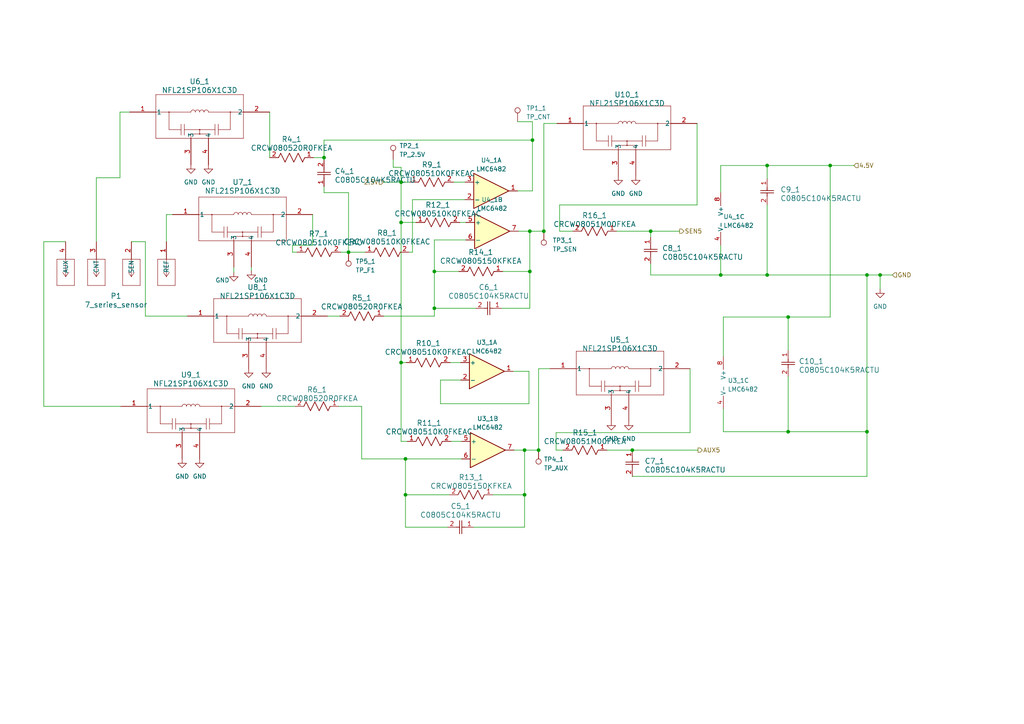
<source format=kicad_sch>
(kicad_sch (version 20230121) (generator eeschema)

  (uuid 08604f14-e19c-408d-8bd2-2d45fc1da66c)

  (paper "A4")

  (lib_symbols
    (symbol "2023-07-19_08-42-50:NFL21SP106X1C3D" (pin_names (offset 0.254)) (in_bom yes) (on_board yes)
      (property "Reference" "U" (at 20.32 10.16 0)
        (effects (font (size 1.524 1.524)))
      )
      (property "Value" "NFL21SP106X1C3D" (at 20.32 7.62 0)
        (effects (font (size 1.524 1.524)))
      )
      (property "Footprint" "GCAP_NFL21SP106X1C3D_MUR" (at 0 0 0)
        (effects (font (size 1.27 1.27) italic) hide)
      )
      (property "Datasheet" "NFL21SP106X1C3D" (at 0 0 0)
        (effects (font (size 1.27 1.27) italic) hide)
      )
      (property "ki_locked" "" (at 0 0 0)
        (effects (font (size 1.27 1.27)))
      )
      (property "ki_keywords" "NFL21SP106X1C3D" (at 0 0 0)
        (effects (font (size 1.27 1.27)) hide)
      )
      (property "ki_fp_filters" "GCAP_NFL21SP106X1C3D_MUR GCAP_NFL21SP106X1C3D_MUR-M GCAP_NFL21SP106X1C3D_MUR-L" (at 0 0 0)
        (effects (font (size 1.27 1.27)) hide)
      )
      (symbol "NFL21SP106X1C3D_0_1"
        (polyline
          (pts
            (xy 7.62 -7.62)
            (xy 33.02 -7.62)
          )
          (stroke (width 0.127) (type default))
          (fill (type none))
        )
        (polyline
          (pts
            (xy 7.62 0)
            (xy 17.78 0)
          )
          (stroke (width 0.127) (type default))
          (fill (type none))
        )
        (polyline
          (pts
            (xy 7.62 5.08)
            (xy 7.62 -7.62)
          )
          (stroke (width 0.127) (type default))
          (fill (type none))
        )
        (polyline
          (pts
            (xy 11.43 -5.08)
            (xy 14.9225 -5.08)
          )
          (stroke (width 0.127) (type default))
          (fill (type none))
        )
        (polyline
          (pts
            (xy 11.43 0)
            (xy 11.43 -5.08)
          )
          (stroke (width 0.127) (type default))
          (fill (type none))
        )
        (polyline
          (pts
            (xy 14.9225 -3.4925)
            (xy 14.9225 -6.6675)
          )
          (stroke (width 0.127) (type default))
          (fill (type none))
        )
        (polyline
          (pts
            (xy 15.875 -6.6675)
            (xy 15.875 -3.4925)
          )
          (stroke (width 0.127) (type default))
          (fill (type none))
        )
        (polyline
          (pts
            (xy 17.78 -6.35)
            (xy 17.78 -7.62)
          )
          (stroke (width 0.127) (type default))
          (fill (type none))
        )
        (polyline
          (pts
            (xy 17.78 -6.35)
            (xy 22.86 -6.35)
          )
          (stroke (width 0.127) (type default))
          (fill (type none))
        )
        (polyline
          (pts
            (xy 20.32 -6.35)
            (xy 20.32 -5.08)
          )
          (stroke (width 0.127) (type default))
          (fill (type none))
        )
        (polyline
          (pts
            (xy 22.86 -6.35)
            (xy 22.86 -7.62)
          )
          (stroke (width 0.127) (type default))
          (fill (type none))
        )
        (polyline
          (pts
            (xy 22.86 0)
            (xy 33.02 0)
          )
          (stroke (width 0.127) (type default))
          (fill (type none))
        )
        (polyline
          (pts
            (xy 24.765 -5.08)
            (xy 15.875 -5.08)
          )
          (stroke (width 0.127) (type default))
          (fill (type none))
        )
        (polyline
          (pts
            (xy 24.765 -3.4925)
            (xy 24.765 -6.6675)
          )
          (stroke (width 0.127) (type default))
          (fill (type none))
        )
        (polyline
          (pts
            (xy 25.7175 -5.08)
            (xy 29.21 -5.08)
          )
          (stroke (width 0.127) (type default))
          (fill (type none))
        )
        (polyline
          (pts
            (xy 25.7175 -3.4925)
            (xy 25.7175 -6.6675)
          )
          (stroke (width 0.127) (type default))
          (fill (type none))
        )
        (polyline
          (pts
            (xy 29.21 0)
            (xy 29.21 -5.08)
          )
          (stroke (width 0.127) (type default))
          (fill (type none))
        )
        (polyline
          (pts
            (xy 33.02 -7.62)
            (xy 33.02 5.08)
          )
          (stroke (width 0.127) (type default))
          (fill (type none))
        )
        (polyline
          (pts
            (xy 33.02 5.08)
            (xy 7.62 5.08)
          )
          (stroke (width 0.127) (type default))
          (fill (type none))
        )
        (circle (center 11.43 0) (radius 0.127)
          (stroke (width 0.127) (type default))
          (fill (type none))
        )
        (arc (start 19.05 0) (mid 18.415 0.6323) (end 17.78 0)
          (stroke (width 0.127) (type default))
          (fill (type none))
        )
        (circle (center 20.32 -6.35) (radius 0.127)
          (stroke (width 0.127) (type default))
          (fill (type none))
        )
        (circle (center 20.32 -5.08) (radius 0.127)
          (stroke (width 0.127) (type default))
          (fill (type none))
        )
        (arc (start 20.32 0) (mid 19.685 0.6323) (end 19.05 0)
          (stroke (width 0.127) (type default))
          (fill (type none))
        )
        (arc (start 21.59 0) (mid 20.955 0.6323) (end 20.32 0)
          (stroke (width 0.127) (type default))
          (fill (type none))
        )
        (arc (start 22.86 0) (mid 22.225 0.6323) (end 21.59 0)
          (stroke (width 0.127) (type default))
          (fill (type none))
        )
        (circle (center 29.21 0) (radius 0.127)
          (stroke (width 0.127) (type default))
          (fill (type none))
        )
        (pin unspecified line (at 0 0 0) (length 7.62)
          (name "1" (effects (font (size 1.27 1.27))))
          (number "1" (effects (font (size 1.27 1.27))))
        )
        (pin unspecified line (at 40.64 0 180) (length 7.62)
          (name "2" (effects (font (size 1.27 1.27))))
          (number "2" (effects (font (size 1.27 1.27))))
        )
        (pin unspecified line (at 17.78 -15.24 90) (length 7.62)
          (name "3" (effects (font (size 1.27 1.27))))
          (number "3" (effects (font (size 1.27 1.27))))
        )
        (pin unspecified line (at 22.86 -15.24 90) (length 7.62)
          (name "4" (effects (font (size 1.27 1.27))))
          (number "4" (effects (font (size 1.27 1.27))))
        )
      )
    )
    (symbol "7_series_sensor:7_series_sensor" (pin_names (offset 0.254)) (in_bom yes) (on_board yes)
      (property "Reference" "J" (at 8.89 6.35 0)
        (effects (font (size 1.524 1.524)))
      )
      (property "Value" "7_series_sensor" (at -2.54 6.35 0)
        (effects (font (size 1.524 1.524)))
      )
      (property "Footprint" "CONN_0331-0-15-15-18-14-10-0_MIM" (at 1.27 -5.08 0)
        (effects (font (size 1.27 1.27) italic) hide)
      )
      (property "Datasheet" "0331-0-15-15-18-14-10-0" (at 1.27 -2.54 0)
        (effects (font (size 1.27 1.27) italic) hide)
      )
      (property "ki_locked" "" (at 0 0 0)
        (effects (font (size 1.27 1.27)))
      )
      (property "ki_keywords" "0331-0-15-15-18-14-10-0" (at 0 0 0)
        (effects (font (size 1.27 1.27)) hide)
      )
      (property "ki_fp_filters" "CONN_0331-0-15-15-18-14-10-0_MIM" (at 0 0 0)
        (effects (font (size 1.27 1.27)) hide)
      )
      (symbol "7_series_sensor_1_1"
        (polyline
          (pts
            (xy -36.83 7.62)
            (xy -31.75 7.62)
          )
          (stroke (width 0.127) (type default))
          (fill (type none))
        )
        (polyline
          (pts
            (xy -36.83 15.24)
            (xy -36.83 7.62)
          )
          (stroke (width 0.127) (type default))
          (fill (type none))
        )
        (polyline
          (pts
            (xy -34.29 10.16)
            (xy -35.1367 11.43)
          )
          (stroke (width 0.127) (type default))
          (fill (type none))
        )
        (polyline
          (pts
            (xy -34.29 10.16)
            (xy -34.29 15.24)
          )
          (stroke (width 0.127) (type default))
          (fill (type none))
        )
        (polyline
          (pts
            (xy -34.29 10.16)
            (xy -33.4433 11.43)
          )
          (stroke (width 0.127) (type default))
          (fill (type none))
        )
        (polyline
          (pts
            (xy -31.75 7.62)
            (xy -31.75 15.24)
          )
          (stroke (width 0.127) (type default))
          (fill (type none))
        )
        (polyline
          (pts
            (xy -31.75 15.24)
            (xy -36.83 15.24)
          )
          (stroke (width 0.127) (type default))
          (fill (type none))
        )
        (polyline
          (pts
            (xy -27.94 7.62)
            (xy -22.86 7.62)
          )
          (stroke (width 0.127) (type default))
          (fill (type none))
        )
        (polyline
          (pts
            (xy -27.94 15.24)
            (xy -27.94 7.62)
          )
          (stroke (width 0.127) (type default))
          (fill (type none))
        )
        (polyline
          (pts
            (xy -25.4 10.16)
            (xy -26.2467 11.43)
          )
          (stroke (width 0.127) (type default))
          (fill (type none))
        )
        (polyline
          (pts
            (xy -25.4 10.16)
            (xy -25.4 15.24)
          )
          (stroke (width 0.127) (type default))
          (fill (type none))
        )
        (polyline
          (pts
            (xy -25.4 10.16)
            (xy -24.5533 11.43)
          )
          (stroke (width 0.127) (type default))
          (fill (type none))
        )
        (polyline
          (pts
            (xy -22.86 7.62)
            (xy -22.86 15.24)
          )
          (stroke (width 0.127) (type default))
          (fill (type none))
        )
        (polyline
          (pts
            (xy -22.86 15.24)
            (xy -27.94 15.24)
          )
          (stroke (width 0.127) (type default))
          (fill (type none))
        )
        (polyline
          (pts
            (xy -17.78 7.62)
            (xy -12.7 7.62)
          )
          (stroke (width 0.127) (type default))
          (fill (type none))
        )
        (polyline
          (pts
            (xy -17.78 15.24)
            (xy -17.78 7.62)
          )
          (stroke (width 0.127) (type default))
          (fill (type none))
        )
        (polyline
          (pts
            (xy -15.24 10.16)
            (xy -16.0867 11.43)
          )
          (stroke (width 0.127) (type default))
          (fill (type none))
        )
        (polyline
          (pts
            (xy -15.24 10.16)
            (xy -15.24 15.24)
          )
          (stroke (width 0.127) (type default))
          (fill (type none))
        )
        (polyline
          (pts
            (xy -15.24 10.16)
            (xy -14.3933 11.43)
          )
          (stroke (width 0.127) (type default))
          (fill (type none))
        )
        (polyline
          (pts
            (xy -12.7 7.62)
            (xy -12.7 15.24)
          )
          (stroke (width 0.127) (type default))
          (fill (type none))
        )
        (polyline
          (pts
            (xy -12.7 15.24)
            (xy -17.78 15.24)
          )
          (stroke (width 0.127) (type default))
          (fill (type none))
        )
        (polyline
          (pts
            (xy -7.62 7.62)
            (xy -2.54 7.62)
          )
          (stroke (width 0.127) (type default))
          (fill (type none))
        )
        (polyline
          (pts
            (xy -7.62 15.24)
            (xy -7.62 7.62)
          )
          (stroke (width 0.127) (type default))
          (fill (type none))
        )
        (polyline
          (pts
            (xy -5.08 10.16)
            (xy -5.9267 11.43)
          )
          (stroke (width 0.127) (type default))
          (fill (type none))
        )
        (polyline
          (pts
            (xy -5.08 10.16)
            (xy -5.08 15.24)
          )
          (stroke (width 0.127) (type default))
          (fill (type none))
        )
        (polyline
          (pts
            (xy -5.08 10.16)
            (xy -4.2333 11.43)
          )
          (stroke (width 0.127) (type default))
          (fill (type none))
        )
        (polyline
          (pts
            (xy -2.54 7.62)
            (xy -2.54 15.24)
          )
          (stroke (width 0.127) (type default))
          (fill (type none))
        )
        (polyline
          (pts
            (xy -2.54 15.24)
            (xy -7.62 15.24)
          )
          (stroke (width 0.127) (type default))
          (fill (type none))
        )
        (pin bidirectional line (at -5.08 20.32 270) (length 5.08)
          (name "REF" (effects (font (size 1.27 1.27))))
          (number "1" (effects (font (size 1.27 1.27))))
        )
        (pin bidirectional line (at -15.24 20.32 270) (length 5.08)
          (name "SEN" (effects (font (size 1.27 1.27))))
          (number "2" (effects (font (size 1.27 1.27))))
        )
        (pin bidirectional line (at -25.4 20.32 270) (length 5.08)
          (name "CNT" (effects (font (size 1.27 1.27))))
          (number "3" (effects (font (size 1.27 1.27))))
        )
        (pin bidirectional line (at -34.29 20.32 270) (length 5.08)
          (name "AUX" (effects (font (size 1.27 1.27))))
          (number "4" (effects (font (size 1.27 1.27))))
        )
      )
      (symbol "7_series_sensor_1_2"
        (polyline
          (pts
            (xy 5.08 -2.54)
            (xy 12.7 -2.54)
          )
          (stroke (width 0.127) (type default))
          (fill (type none))
        )
        (polyline
          (pts
            (xy 5.08 2.54)
            (xy 5.08 -2.54)
          )
          (stroke (width 0.127) (type default))
          (fill (type none))
        )
        (polyline
          (pts
            (xy 7.62 0)
            (xy 5.08 0)
          )
          (stroke (width 0.127) (type default))
          (fill (type none))
        )
        (polyline
          (pts
            (xy 7.62 0)
            (xy 8.89 -0.8467)
          )
          (stroke (width 0.127) (type default))
          (fill (type none))
        )
        (polyline
          (pts
            (xy 7.62 0)
            (xy 8.89 0.8467)
          )
          (stroke (width 0.127) (type default))
          (fill (type none))
        )
        (polyline
          (pts
            (xy 12.7 -2.54)
            (xy 12.7 2.54)
          )
          (stroke (width 0.127) (type default))
          (fill (type none))
        )
        (polyline
          (pts
            (xy 12.7 2.54)
            (xy 5.08 2.54)
          )
          (stroke (width 0.127) (type default))
          (fill (type none))
        )
        (pin unspecified line (at 0 0 0) (length 5.08)
          (name "1" (effects (font (size 1.27 1.27))))
          (number "1" (effects (font (size 1.27 1.27))))
        )
      )
    )
    (symbol "Amplifier_Operational:LMC6482" (pin_names (offset 0.127)) (in_bom yes) (on_board yes)
      (property "Reference" "U" (at 0 5.08 0)
        (effects (font (size 1.27 1.27)) (justify left))
      )
      (property "Value" "LMC6482" (at 0 -5.08 0)
        (effects (font (size 1.27 1.27)) (justify left))
      )
      (property "Footprint" "" (at 0 0 0)
        (effects (font (size 1.27 1.27)) hide)
      )
      (property "Datasheet" "http://www.ti.com/lit/ds/symlink/lmc6482.pdf" (at 0 0 0)
        (effects (font (size 1.27 1.27)) hide)
      )
      (property "ki_locked" "" (at 0 0 0)
        (effects (font (size 1.27 1.27)))
      )
      (property "ki_keywords" "dual opamp" (at 0 0 0)
        (effects (font (size 1.27 1.27)) hide)
      )
      (property "ki_description" "Dual CMOS Rail-to-Rail Input and Output Operational Amplifier, DIP-8/SOIC-8, SSOP-8" (at 0 0 0)
        (effects (font (size 1.27 1.27)) hide)
      )
      (property "ki_fp_filters" "SOIC*3.9x4.9mm*P1.27mm* DIP*W7.62mm* TO*99* OnSemi*Micro8* TSSOP*3x3mm*P0.65mm* TSSOP*4.4x3mm*P0.65mm* MSOP*3x3mm*P0.65mm* SSOP*3.9x4.9mm*P0.635mm* LFCSP*2x2mm*P0.5mm* *SIP* SOIC*5.3x6.2mm*P1.27mm*" (at 0 0 0)
        (effects (font (size 1.27 1.27)) hide)
      )
      (symbol "LMC6482_1_1"
        (polyline
          (pts
            (xy -5.08 5.08)
            (xy 5.08 0)
            (xy -5.08 -5.08)
            (xy -5.08 5.08)
          )
          (stroke (width 0.254) (type default))
          (fill (type background))
        )
        (pin output line (at 7.62 0 180) (length 2.54)
          (name "~" (effects (font (size 1.27 1.27))))
          (number "1" (effects (font (size 1.27 1.27))))
        )
        (pin input line (at -7.62 -2.54 0) (length 2.54)
          (name "-" (effects (font (size 1.27 1.27))))
          (number "2" (effects (font (size 1.27 1.27))))
        )
        (pin input line (at -7.62 2.54 0) (length 2.54)
          (name "+" (effects (font (size 1.27 1.27))))
          (number "3" (effects (font (size 1.27 1.27))))
        )
      )
      (symbol "LMC6482_2_1"
        (polyline
          (pts
            (xy -5.08 5.08)
            (xy 5.08 0)
            (xy -5.08 -5.08)
            (xy -5.08 5.08)
          )
          (stroke (width 0.254) (type default))
          (fill (type background))
        )
        (pin input line (at -7.62 2.54 0) (length 2.54)
          (name "+" (effects (font (size 1.27 1.27))))
          (number "5" (effects (font (size 1.27 1.27))))
        )
        (pin input line (at -7.62 -2.54 0) (length 2.54)
          (name "-" (effects (font (size 1.27 1.27))))
          (number "6" (effects (font (size 1.27 1.27))))
        )
        (pin output line (at 7.62 0 180) (length 2.54)
          (name "~" (effects (font (size 1.27 1.27))))
          (number "7" (effects (font (size 1.27 1.27))))
        )
      )
      (symbol "LMC6482_3_1"
        (pin power_in line (at -2.54 -7.62 90) (length 3.81)
          (name "V-" (effects (font (size 1.27 1.27))))
          (number "4" (effects (font (size 1.27 1.27))))
        )
        (pin power_in line (at -2.54 7.62 270) (length 3.81)
          (name "V+" (effects (font (size 1.27 1.27))))
          (number "8" (effects (font (size 1.27 1.27))))
        )
      )
    )
    (symbol "Connector:TestPoint" (pin_numbers hide) (pin_names (offset 0.762) hide) (in_bom yes) (on_board yes)
      (property "Reference" "TP" (at 0 6.858 0)
        (effects (font (size 1.27 1.27)))
      )
      (property "Value" "TestPoint" (at 0 5.08 0)
        (effects (font (size 1.27 1.27)))
      )
      (property "Footprint" "" (at 5.08 0 0)
        (effects (font (size 1.27 1.27)) hide)
      )
      (property "Datasheet" "~" (at 5.08 0 0)
        (effects (font (size 1.27 1.27)) hide)
      )
      (property "ki_keywords" "test point tp" (at 0 0 0)
        (effects (font (size 1.27 1.27)) hide)
      )
      (property "ki_description" "test point" (at 0 0 0)
        (effects (font (size 1.27 1.27)) hide)
      )
      (property "ki_fp_filters" "Pin* Test*" (at 0 0 0)
        (effects (font (size 1.27 1.27)) hide)
      )
      (symbol "TestPoint_0_1"
        (circle (center 0 3.302) (radius 0.762)
          (stroke (width 0) (type default))
          (fill (type none))
        )
      )
      (symbol "TestPoint_1_1"
        (pin passive line (at 0 0 90) (length 2.54)
          (name "1" (effects (font (size 1.27 1.27))))
          (number "1" (effects (font (size 1.27 1.27))))
        )
      )
    )
    (symbol "Vishay_10k:CRCW080510K0FKEAC" (pin_names (offset 0.254)) (in_bom yes) (on_board yes)
      (property "Reference" "R" (at 5.715 3.81 0)
        (effects (font (size 1.524 1.524)))
      )
      (property "Value" "CRCW080510K0FKEAC" (at 6.35 -3.81 0)
        (effects (font (size 1.524 1.524)))
      )
      (property "Footprint" "RES_CRCW_0805_VIS" (at 0 0 0)
        (effects (font (size 1.27 1.27) italic) hide)
      )
      (property "Datasheet" "CRCW080510K0FKEAC" (at 0 0 0)
        (effects (font (size 1.27 1.27) italic) hide)
      )
      (property "ki_locked" "" (at 0 0 0)
        (effects (font (size 1.27 1.27)))
      )
      (property "ki_keywords" "CRCW080510K0FKEAC" (at 0 0 0)
        (effects (font (size 1.27 1.27)) hide)
      )
      (property "ki_fp_filters" "RES_CRCW_0805_VIS RES_CRCW_0805_VIS-M RES_CRCW_0805_VIS-L" (at 0 0 0)
        (effects (font (size 1.27 1.27)) hide)
      )
      (symbol "CRCW080510K0FKEAC_1_1"
        (polyline
          (pts
            (xy 2.54 0)
            (xy 3.175 1.27)
          )
          (stroke (width 0.2032) (type default))
          (fill (type none))
        )
        (polyline
          (pts
            (xy 3.175 1.27)
            (xy 4.445 -1.27)
          )
          (stroke (width 0.2032) (type default))
          (fill (type none))
        )
        (polyline
          (pts
            (xy 4.445 -1.27)
            (xy 5.715 1.27)
          )
          (stroke (width 0.2032) (type default))
          (fill (type none))
        )
        (polyline
          (pts
            (xy 5.715 1.27)
            (xy 6.985 -1.27)
          )
          (stroke (width 0.2032) (type default))
          (fill (type none))
        )
        (polyline
          (pts
            (xy 6.985 -1.27)
            (xy 8.255 1.27)
          )
          (stroke (width 0.2032) (type default))
          (fill (type none))
        )
        (polyline
          (pts
            (xy 8.255 1.27)
            (xy 9.525 -1.27)
          )
          (stroke (width 0.2032) (type default))
          (fill (type none))
        )
        (polyline
          (pts
            (xy 9.525 -1.27)
            (xy 10.16 0)
          )
          (stroke (width 0.2032) (type default))
          (fill (type none))
        )
        (pin unspecified line (at 0 0 0) (length 2.54)
          (name "" (effects (font (size 1.27 1.27))))
          (number "1" (effects (font (size 1.27 1.27))))
        )
        (pin unspecified line (at 12.7 0 180) (length 2.54)
          (name "" (effects (font (size 1.27 1.27))))
          (number "2" (effects (font (size 1.27 1.27))))
        )
      )
      (symbol "CRCW080510K0FKEAC_1_2"
        (polyline
          (pts
            (xy -1.27 3.175)
            (xy 1.27 4.445)
          )
          (stroke (width 0.2032) (type default))
          (fill (type none))
        )
        (polyline
          (pts
            (xy -1.27 5.715)
            (xy 1.27 6.985)
          )
          (stroke (width 0.2032) (type default))
          (fill (type none))
        )
        (polyline
          (pts
            (xy -1.27 8.255)
            (xy 1.27 9.525)
          )
          (stroke (width 0.2032) (type default))
          (fill (type none))
        )
        (polyline
          (pts
            (xy 0 2.54)
            (xy -1.27 3.175)
          )
          (stroke (width 0.2032) (type default))
          (fill (type none))
        )
        (polyline
          (pts
            (xy 1.27 4.445)
            (xy -1.27 5.715)
          )
          (stroke (width 0.2032) (type default))
          (fill (type none))
        )
        (polyline
          (pts
            (xy 1.27 6.985)
            (xy -1.27 8.255)
          )
          (stroke (width 0.2032) (type default))
          (fill (type none))
        )
        (polyline
          (pts
            (xy 1.27 9.525)
            (xy 0 10.16)
          )
          (stroke (width 0.2032) (type default))
          (fill (type none))
        )
        (pin unspecified line (at 0 12.7 270) (length 2.54)
          (name "" (effects (font (size 1.27 1.27))))
          (number "1" (effects (font (size 1.27 1.27))))
        )
        (pin unspecified line (at 0 0 90) (length 2.54)
          (name "" (effects (font (size 1.27 1.27))))
          (number "2" (effects (font (size 1.27 1.27))))
        )
      )
    )
    (symbol "Vishay_150k:CRCW0805150KFKEA" (pin_names (offset 0.254)) (in_bom yes) (on_board yes)
      (property "Reference" "R" (at 5.715 3.81 0)
        (effects (font (size 1.524 1.524)))
      )
      (property "Value" "CRCW0805150KFKEA" (at 6.35 -3.81 0)
        (effects (font (size 1.524 1.524)))
      )
      (property "Footprint" "RC0805N_VIS" (at 0 0 0)
        (effects (font (size 1.27 1.27) italic) hide)
      )
      (property "Datasheet" "CRCW0805150KFKEA" (at 0 0 0)
        (effects (font (size 1.27 1.27) italic) hide)
      )
      (property "ki_locked" "" (at 0 0 0)
        (effects (font (size 1.27 1.27)))
      )
      (property "ki_keywords" "CRCW0805150KFKEA" (at 0 0 0)
        (effects (font (size 1.27 1.27)) hide)
      )
      (property "ki_fp_filters" "RC0805N_VIS RC0805N_VIS-M RC0805N_VIS-L" (at 0 0 0)
        (effects (font (size 1.27 1.27)) hide)
      )
      (symbol "CRCW0805150KFKEA_1_1"
        (polyline
          (pts
            (xy 2.54 0)
            (xy 3.175 1.27)
          )
          (stroke (width 0.2032) (type default))
          (fill (type none))
        )
        (polyline
          (pts
            (xy 3.175 1.27)
            (xy 4.445 -1.27)
          )
          (stroke (width 0.2032) (type default))
          (fill (type none))
        )
        (polyline
          (pts
            (xy 4.445 -1.27)
            (xy 5.715 1.27)
          )
          (stroke (width 0.2032) (type default))
          (fill (type none))
        )
        (polyline
          (pts
            (xy 5.715 1.27)
            (xy 6.985 -1.27)
          )
          (stroke (width 0.2032) (type default))
          (fill (type none))
        )
        (polyline
          (pts
            (xy 6.985 -1.27)
            (xy 8.255 1.27)
          )
          (stroke (width 0.2032) (type default))
          (fill (type none))
        )
        (polyline
          (pts
            (xy 8.255 1.27)
            (xy 9.525 -1.27)
          )
          (stroke (width 0.2032) (type default))
          (fill (type none))
        )
        (polyline
          (pts
            (xy 9.525 -1.27)
            (xy 10.16 0)
          )
          (stroke (width 0.2032) (type default))
          (fill (type none))
        )
        (pin unspecified line (at 12.7 0 180) (length 2.54)
          (name "" (effects (font (size 1.27 1.27))))
          (number "1" (effects (font (size 1.27 1.27))))
        )
        (pin unspecified line (at 0 0 0) (length 2.54)
          (name "" (effects (font (size 1.27 1.27))))
          (number "2" (effects (font (size 1.27 1.27))))
        )
      )
      (symbol "CRCW0805150KFKEA_1_2"
        (polyline
          (pts
            (xy -1.27 3.175)
            (xy 1.27 4.445)
          )
          (stroke (width 0.2032) (type default))
          (fill (type none))
        )
        (polyline
          (pts
            (xy -1.27 5.715)
            (xy 1.27 6.985)
          )
          (stroke (width 0.2032) (type default))
          (fill (type none))
        )
        (polyline
          (pts
            (xy -1.27 8.255)
            (xy 1.27 9.525)
          )
          (stroke (width 0.2032) (type default))
          (fill (type none))
        )
        (polyline
          (pts
            (xy 0 2.54)
            (xy -1.27 3.175)
          )
          (stroke (width 0.2032) (type default))
          (fill (type none))
        )
        (polyline
          (pts
            (xy 1.27 4.445)
            (xy -1.27 5.715)
          )
          (stroke (width 0.2032) (type default))
          (fill (type none))
        )
        (polyline
          (pts
            (xy 1.27 6.985)
            (xy -1.27 8.255)
          )
          (stroke (width 0.2032) (type default))
          (fill (type none))
        )
        (polyline
          (pts
            (xy 1.27 9.525)
            (xy 0 10.16)
          )
          (stroke (width 0.2032) (type default))
          (fill (type none))
        )
        (pin unspecified line (at 0 12.7 270) (length 2.54)
          (name "" (effects (font (size 1.27 1.27))))
          (number "1" (effects (font (size 1.27 1.27))))
        )
        (pin unspecified line (at 0 0 90) (length 2.54)
          (name "" (effects (font (size 1.27 1.27))))
          (number "2" (effects (font (size 1.27 1.27))))
        )
      )
    )
    (symbol "Vishay_1M:CRCW08051M00FKEA" (pin_names (offset 0.254)) (in_bom yes) (on_board yes)
      (property "Reference" "R" (at 5.715 3.81 0)
        (effects (font (size 1.524 1.524)))
      )
      (property "Value" "CRCW08051M00FKEA" (at 6.35 -3.81 0)
        (effects (font (size 1.524 1.524)))
      )
      (property "Footprint" "RES_CRCW_0805" (at 0 0 0)
        (effects (font (size 1.27 1.27) italic) hide)
      )
      (property "Datasheet" "CRCW08051M00FKEA" (at 0 0 0)
        (effects (font (size 1.27 1.27) italic) hide)
      )
      (property "ki_locked" "" (at 0 0 0)
        (effects (font (size 1.27 1.27)))
      )
      (property "ki_keywords" "CRCW08051M00FKEA" (at 0 0 0)
        (effects (font (size 1.27 1.27)) hide)
      )
      (property "ki_fp_filters" "RES_CRCW_0805 RES_CRCW_0805-M RES_CRCW_0805-L" (at 0 0 0)
        (effects (font (size 1.27 1.27)) hide)
      )
      (symbol "CRCW08051M00FKEA_1_1"
        (polyline
          (pts
            (xy 2.54 0)
            (xy 3.175 1.27)
          )
          (stroke (width 0.2032) (type default))
          (fill (type none))
        )
        (polyline
          (pts
            (xy 3.175 1.27)
            (xy 4.445 -1.27)
          )
          (stroke (width 0.2032) (type default))
          (fill (type none))
        )
        (polyline
          (pts
            (xy 4.445 -1.27)
            (xy 5.715 1.27)
          )
          (stroke (width 0.2032) (type default))
          (fill (type none))
        )
        (polyline
          (pts
            (xy 5.715 1.27)
            (xy 6.985 -1.27)
          )
          (stroke (width 0.2032) (type default))
          (fill (type none))
        )
        (polyline
          (pts
            (xy 6.985 -1.27)
            (xy 8.255 1.27)
          )
          (stroke (width 0.2032) (type default))
          (fill (type none))
        )
        (polyline
          (pts
            (xy 8.255 1.27)
            (xy 9.525 -1.27)
          )
          (stroke (width 0.2032) (type default))
          (fill (type none))
        )
        (polyline
          (pts
            (xy 9.525 -1.27)
            (xy 10.16 0)
          )
          (stroke (width 0.2032) (type default))
          (fill (type none))
        )
        (pin unspecified line (at 12.7 0 180) (length 2.54)
          (name "" (effects (font (size 1.27 1.27))))
          (number "1" (effects (font (size 1.27 1.27))))
        )
        (pin unspecified line (at 0 0 0) (length 2.54)
          (name "" (effects (font (size 1.27 1.27))))
          (number "2" (effects (font (size 1.27 1.27))))
        )
      )
      (symbol "CRCW08051M00FKEA_1_2"
        (polyline
          (pts
            (xy -1.27 3.175)
            (xy 1.27 4.445)
          )
          (stroke (width 0.2032) (type default))
          (fill (type none))
        )
        (polyline
          (pts
            (xy -1.27 5.715)
            (xy 1.27 6.985)
          )
          (stroke (width 0.2032) (type default))
          (fill (type none))
        )
        (polyline
          (pts
            (xy -1.27 8.255)
            (xy 1.27 9.525)
          )
          (stroke (width 0.2032) (type default))
          (fill (type none))
        )
        (polyline
          (pts
            (xy 0 2.54)
            (xy -1.27 3.175)
          )
          (stroke (width 0.2032) (type default))
          (fill (type none))
        )
        (polyline
          (pts
            (xy 1.27 4.445)
            (xy -1.27 5.715)
          )
          (stroke (width 0.2032) (type default))
          (fill (type none))
        )
        (polyline
          (pts
            (xy 1.27 6.985)
            (xy -1.27 8.255)
          )
          (stroke (width 0.2032) (type default))
          (fill (type none))
        )
        (polyline
          (pts
            (xy 1.27 9.525)
            (xy 0 10.16)
          )
          (stroke (width 0.2032) (type default))
          (fill (type none))
        )
        (pin unspecified line (at 0 12.7 270) (length 2.54)
          (name "" (effects (font (size 1.27 1.27))))
          (number "1" (effects (font (size 1.27 1.27))))
        )
        (pin unspecified line (at 0 0 90) (length 2.54)
          (name "" (effects (font (size 1.27 1.27))))
          (number "2" (effects (font (size 1.27 1.27))))
        )
      )
    )
    (symbol "Vishay_20R:CRCW080520R0FKEA" (pin_names (offset 0.254)) (in_bom yes) (on_board yes)
      (property "Reference" "R" (at 5.715 3.81 0)
        (effects (font (size 1.524 1.524)))
      )
      (property "Value" "CRCW080520R0FKEA" (at 6.35 -3.81 0)
        (effects (font (size 1.524 1.524)))
      )
      (property "Footprint" "RC0805N_VIS" (at 0 0 0)
        (effects (font (size 1.27 1.27) italic) hide)
      )
      (property "Datasheet" "CRCW080520R0FKEA" (at 0 0 0)
        (effects (font (size 1.27 1.27) italic) hide)
      )
      (property "ki_locked" "" (at 0 0 0)
        (effects (font (size 1.27 1.27)))
      )
      (property "ki_keywords" "CRCW080520R0FKEA" (at 0 0 0)
        (effects (font (size 1.27 1.27)) hide)
      )
      (property "ki_fp_filters" "RC0805N_VIS RC0805N_VIS-M RC0805N_VIS-L" (at 0 0 0)
        (effects (font (size 1.27 1.27)) hide)
      )
      (symbol "CRCW080520R0FKEA_1_1"
        (polyline
          (pts
            (xy 2.54 0)
            (xy 3.175 1.27)
          )
          (stroke (width 0.2032) (type default))
          (fill (type none))
        )
        (polyline
          (pts
            (xy 3.175 1.27)
            (xy 4.445 -1.27)
          )
          (stroke (width 0.2032) (type default))
          (fill (type none))
        )
        (polyline
          (pts
            (xy 4.445 -1.27)
            (xy 5.715 1.27)
          )
          (stroke (width 0.2032) (type default))
          (fill (type none))
        )
        (polyline
          (pts
            (xy 5.715 1.27)
            (xy 6.985 -1.27)
          )
          (stroke (width 0.2032) (type default))
          (fill (type none))
        )
        (polyline
          (pts
            (xy 6.985 -1.27)
            (xy 8.255 1.27)
          )
          (stroke (width 0.2032) (type default))
          (fill (type none))
        )
        (polyline
          (pts
            (xy 8.255 1.27)
            (xy 9.525 -1.27)
          )
          (stroke (width 0.2032) (type default))
          (fill (type none))
        )
        (polyline
          (pts
            (xy 9.525 -1.27)
            (xy 10.16 0)
          )
          (stroke (width 0.2032) (type default))
          (fill (type none))
        )
        (pin unspecified line (at 12.7 0 180) (length 2.54)
          (name "" (effects (font (size 1.27 1.27))))
          (number "1" (effects (font (size 1.27 1.27))))
        )
        (pin unspecified line (at 0 0 0) (length 2.54)
          (name "" (effects (font (size 1.27 1.27))))
          (number "2" (effects (font (size 1.27 1.27))))
        )
      )
      (symbol "CRCW080520R0FKEA_1_2"
        (polyline
          (pts
            (xy -1.27 3.175)
            (xy 1.27 4.445)
          )
          (stroke (width 0.2032) (type default))
          (fill (type none))
        )
        (polyline
          (pts
            (xy -1.27 5.715)
            (xy 1.27 6.985)
          )
          (stroke (width 0.2032) (type default))
          (fill (type none))
        )
        (polyline
          (pts
            (xy -1.27 8.255)
            (xy 1.27 9.525)
          )
          (stroke (width 0.2032) (type default))
          (fill (type none))
        )
        (polyline
          (pts
            (xy 0 2.54)
            (xy -1.27 3.175)
          )
          (stroke (width 0.2032) (type default))
          (fill (type none))
        )
        (polyline
          (pts
            (xy 1.27 4.445)
            (xy -1.27 5.715)
          )
          (stroke (width 0.2032) (type default))
          (fill (type none))
        )
        (polyline
          (pts
            (xy 1.27 6.985)
            (xy -1.27 8.255)
          )
          (stroke (width 0.2032) (type default))
          (fill (type none))
        )
        (polyline
          (pts
            (xy 1.27 9.525)
            (xy 0 10.16)
          )
          (stroke (width 0.2032) (type default))
          (fill (type none))
        )
        (pin unspecified line (at 0 12.7 270) (length 2.54)
          (name "" (effects (font (size 1.27 1.27))))
          (number "1" (effects (font (size 1.27 1.27))))
        )
        (pin unspecified line (at 0 0 90) (length 2.54)
          (name "" (effects (font (size 1.27 1.27))))
          (number "2" (effects (font (size 1.27 1.27))))
        )
      )
    )
    (symbol "kemet_0.1uf:C0805C104K5RACTU" (pin_names (offset 0.254)) (in_bom yes) (on_board yes)
      (property "Reference" "C" (at 3.81 3.81 0)
        (effects (font (size 1.524 1.524)))
      )
      (property "Value" "C0805C104K5RACTU" (at 3.81 -3.81 0)
        (effects (font (size 1.524 1.524)))
      )
      (property "Footprint" "CAPC220145_88N_KEM" (at 0 0 0)
        (effects (font (size 1.27 1.27) italic) hide)
      )
      (property "Datasheet" "C0805C104K5RACTU" (at 0 0 0)
        (effects (font (size 1.27 1.27) italic) hide)
      )
      (property "ki_locked" "" (at 0 0 0)
        (effects (font (size 1.27 1.27)))
      )
      (property "ki_keywords" "C0805C104K5RACTU" (at 0 0 0)
        (effects (font (size 1.27 1.27)) hide)
      )
      (property "ki_fp_filters" "CAPC220145_88N_KEM CAPC220145_88N_KEM-M CAPC220145_88N_KEM-L" (at 0 0 0)
        (effects (font (size 1.27 1.27)) hide)
      )
      (symbol "C0805C104K5RACTU_1_1"
        (polyline
          (pts
            (xy 2.54 0)
            (xy 3.4798 0)
          )
          (stroke (width 0.2032) (type default))
          (fill (type none))
        )
        (polyline
          (pts
            (xy 3.4798 -1.905)
            (xy 3.4798 1.905)
          )
          (stroke (width 0.2032) (type default))
          (fill (type none))
        )
        (polyline
          (pts
            (xy 4.1148 -1.905)
            (xy 4.1148 1.905)
          )
          (stroke (width 0.2032) (type default))
          (fill (type none))
        )
        (polyline
          (pts
            (xy 4.1148 0)
            (xy 5.08 0)
          )
          (stroke (width 0.2032) (type default))
          (fill (type none))
        )
        (pin unspecified line (at 0 0 0) (length 2.54)
          (name "" (effects (font (size 1.27 1.27))))
          (number "1" (effects (font (size 1.27 1.27))))
        )
        (pin unspecified line (at 7.62 0 180) (length 2.54)
          (name "" (effects (font (size 1.27 1.27))))
          (number "2" (effects (font (size 1.27 1.27))))
        )
      )
      (symbol "C0805C104K5RACTU_1_2"
        (polyline
          (pts
            (xy -1.905 -4.1148)
            (xy 1.905 -4.1148)
          )
          (stroke (width 0.2032) (type default))
          (fill (type none))
        )
        (polyline
          (pts
            (xy -1.905 -3.4798)
            (xy 1.905 -3.4798)
          )
          (stroke (width 0.2032) (type default))
          (fill (type none))
        )
        (polyline
          (pts
            (xy 0 -4.1148)
            (xy 0 -5.08)
          )
          (stroke (width 0.2032) (type default))
          (fill (type none))
        )
        (polyline
          (pts
            (xy 0 -2.54)
            (xy 0 -3.4798)
          )
          (stroke (width 0.2032) (type default))
          (fill (type none))
        )
        (pin unspecified line (at 0 0 270) (length 2.54)
          (name "" (effects (font (size 1.27 1.27))))
          (number "1" (effects (font (size 1.27 1.27))))
        )
        (pin unspecified line (at 0 -7.62 90) (length 2.54)
          (name "" (effects (font (size 1.27 1.27))))
          (number "2" (effects (font (size 1.27 1.27))))
        )
      )
    )
    (symbol "power:GND" (power) (pin_names (offset 0)) (in_bom yes) (on_board yes)
      (property "Reference" "#PWR" (at 0 -6.35 0)
        (effects (font (size 1.27 1.27)) hide)
      )
      (property "Value" "GND" (at 0 -3.81 0)
        (effects (font (size 1.27 1.27)))
      )
      (property "Footprint" "" (at 0 0 0)
        (effects (font (size 1.27 1.27)) hide)
      )
      (property "Datasheet" "" (at 0 0 0)
        (effects (font (size 1.27 1.27)) hide)
      )
      (property "ki_keywords" "global power" (at 0 0 0)
        (effects (font (size 1.27 1.27)) hide)
      )
      (property "ki_description" "Power symbol creates a global label with name \"GND\" , ground" (at 0 0 0)
        (effects (font (size 1.27 1.27)) hide)
      )
      (symbol "GND_0_1"
        (polyline
          (pts
            (xy 0 0)
            (xy 0 -1.27)
            (xy 1.27 -1.27)
            (xy 0 -2.54)
            (xy -1.27 -1.27)
            (xy 0 -1.27)
          )
          (stroke (width 0) (type default))
          (fill (type none))
        )
      )
      (symbol "GND_1_1"
        (pin power_in line (at 0 0 270) (length 0) hide
          (name "GND" (effects (font (size 1.27 1.27))))
          (number "1" (effects (font (size 1.27 1.27))))
        )
      )
    )
  )

  (junction (at 222.504 48.006) (diameter 0) (color 0 0 0 0)
    (uuid 015d6056-2f18-4e89-9806-8522647b9ecd)
  )
  (junction (at 125.984 78.74) (diameter 0) (color 0 0 0 0)
    (uuid 09fb547c-55d8-4c27-b96f-096a1576c459)
  )
  (junction (at 183.388 130.556) (diameter 0) (color 0 0 0 0)
    (uuid 0b8da73b-f493-48d4-8d44-03a51ed25b9c)
  )
  (junction (at 228.6 125.222) (diameter 0) (color 0 0 0 0)
    (uuid 0ceb8709-08d9-4e50-9b44-2eefff6b068d)
  )
  (junction (at 101.092 73.152) (diameter 0) (color 0 0 0 0)
    (uuid 18bf2409-e0a6-4132-9dca-4c4799478435)
  )
  (junction (at 228.6 91.948) (diameter 0) (color 0 0 0 0)
    (uuid 18f529bb-21d4-499a-8405-ce70d8d08466)
  )
  (junction (at 93.98 45.72) (diameter 0) (color 0 0 0 0)
    (uuid 190c9e5e-17e1-4602-b8e7-90005a438077)
  )
  (junction (at 157.734 67.056) (diameter 0) (color 0 0 0 0)
    (uuid 22158435-2000-4f1d-a716-f9d6d8325100)
  )
  (junction (at 117.602 143.51) (diameter 0) (color 0 0 0 0)
    (uuid 3264faa9-59e4-4964-91aa-686dc908daa4)
  )
  (junction (at 251.46 79.756) (diameter 0) (color 0 0 0 0)
    (uuid 477e0668-b23b-4271-b4ce-f89581da1793)
  )
  (junction (at 152.146 143.51) (diameter 0) (color 0 0 0 0)
    (uuid 49b69633-7e7c-472f-8860-62b5454f5849)
  )
  (junction (at 125.984 89.408) (diameter 0) (color 0 0 0 0)
    (uuid 4f080d9c-e659-41a3-ba03-ad6b0525957b)
  )
  (junction (at 153.67 78.74) (diameter 0) (color 0 0 0 0)
    (uuid 63603104-7c24-40df-8efc-224dc707653d)
  )
  (junction (at 188.722 67.056) (diameter 0) (color 0 0 0 0)
    (uuid 7d1836a5-9be0-49ed-b058-efc179b2c833)
  )
  (junction (at 154.432 40.64) (diameter 0) (color 0 0 0 0)
    (uuid 806c2d93-7038-4601-a3a4-3e8958fcb167)
  )
  (junction (at 117.602 133.096) (diameter 0) (color 0 0 0 0)
    (uuid 838baff2-22cd-42fb-958d-898d31e583e3)
  )
  (junction (at 209.042 79.756) (diameter 0) (color 0 0 0 0)
    (uuid 89029cda-7291-4710-b7f4-e57b8c17a6de)
  )
  (junction (at 153.67 67.056) (diameter 0) (color 0 0 0 0)
    (uuid 9f364cf6-b4e2-4d64-9d74-c5bc917985a4)
  )
  (junction (at 222.504 79.756) (diameter 0) (color 0 0 0 0)
    (uuid b0b0b50d-0f49-4a4c-9925-3d5916220d07)
  )
  (junction (at 116.332 105.156) (diameter 0) (color 0 0 0 0)
    (uuid b80c1331-4b89-40fc-aabb-4979cb0c2de4)
  )
  (junction (at 251.46 125.222) (diameter 0) (color 0 0 0 0)
    (uuid be8d859d-9a91-4d32-80f0-b30160b3d5ea)
  )
  (junction (at 240.792 48.006) (diameter 0) (color 0 0 0 0)
    (uuid d08433db-e0b1-4670-8ebd-555511e42223)
  )
  (junction (at 152.146 130.556) (diameter 0) (color 0 0 0 0)
    (uuid df869640-6464-4a9e-9f16-179cf895fdcd)
  )
  (junction (at 116.332 64.516) (diameter 0) (color 0 0 0 0)
    (uuid e0f0c41a-0896-4347-a304-e494a167b9c5)
  )
  (junction (at 116.332 52.832) (diameter 0) (color 0 0 0 0)
    (uuid e34c7915-e758-4eef-87b7-0cda4d285d05)
  )
  (junction (at 156.21 130.556) (diameter 0) (color 0 0 0 0)
    (uuid e641c895-565c-41d6-ac9c-c278faec8d4e)
  )
  (junction (at 255.27 79.756) (diameter 0) (color 0 0 0 0)
    (uuid ffd18af1-678d-4b43-bae8-63bdc550a348)
  )

  (wire (pts (xy 162.306 59.436) (xy 162.306 67.056))
    (stroke (width 0) (type default))
    (uuid 01172e35-f9ae-4b1d-951f-81d8dcf36f84)
  )
  (wire (pts (xy 149.098 130.556) (xy 152.146 130.556))
    (stroke (width 0) (type default))
    (uuid 06b04925-78a3-440c-bd8f-e0f71ca53659)
  )
  (wire (pts (xy 27.94 70.104) (xy 27.94 51.562))
    (stroke (width 0) (type default))
    (uuid 08e76f47-a411-4372-b305-c0195339e6eb)
  )
  (wire (pts (xy 93.98 45.72) (xy 93.98 40.64))
    (stroke (width 0) (type default))
    (uuid 096fd7e4-27cb-4715-bf9d-68b9e350fbdf)
  )
  (wire (pts (xy 152.146 130.556) (xy 152.146 143.51))
    (stroke (width 0) (type default))
    (uuid 0b8fcd95-a3c3-4ee2-9d16-f32801d15331)
  )
  (wire (pts (xy 117.856 105.156) (xy 116.332 105.156))
    (stroke (width 0) (type default))
    (uuid 0c301045-d826-4327-b786-4c8c1022c007)
  )
  (wire (pts (xy 161.29 125.476) (xy 161.29 130.556))
    (stroke (width 0) (type default))
    (uuid 100f9104-df59-4896-be02-0991a6c5f86b)
  )
  (wire (pts (xy 209.042 79.756) (xy 209.042 71.12))
    (stroke (width 0) (type default))
    (uuid 10412583-a6ad-4597-ba9f-122684b2ecb5)
  )
  (wire (pts (xy 120.65 64.516) (xy 116.332 64.516))
    (stroke (width 0) (type default))
    (uuid 13e873f7-dd96-4373-9636-b850cb995cd6)
  )
  (wire (pts (xy 38.1 70.104) (xy 42.164 70.104))
    (stroke (width 0) (type default))
    (uuid 1434aa19-b116-49b6-9747-91dc9dc669b0)
  )
  (wire (pts (xy 93.98 54.102) (xy 93.98 55.88))
    (stroke (width 0) (type default))
    (uuid 18ee27f8-9b76-4bc2-8d73-724520b77568)
  )
  (wire (pts (xy 131.572 52.832) (xy 134.874 52.832))
    (stroke (width 0) (type default))
    (uuid 1c5c5c46-c845-4d55-b6df-a4c694fb0c71)
  )
  (wire (pts (xy 101.092 73.152) (xy 105.918 73.152))
    (stroke (width 0) (type default))
    (uuid 1dcdd160-71a7-4bc6-a1f1-9e9369ebddd7)
  )
  (wire (pts (xy 153.416 117.094) (xy 127.762 117.094))
    (stroke (width 0) (type default))
    (uuid 21aaf3bf-4bf8-4ce1-8424-55c077c8fa42)
  )
  (wire (pts (xy 148.844 107.696) (xy 153.416 107.696))
    (stroke (width 0) (type default))
    (uuid 221a2d36-35c2-43a6-b7fb-c0b03a04c298)
  )
  (wire (pts (xy 209.804 103.378) (xy 209.804 91.948))
    (stroke (width 0) (type default))
    (uuid 24d0e94f-cde3-46fc-90ca-35e6ac45e619)
  )
  (wire (pts (xy 72.898 77.47) (xy 72.898 78.486))
    (stroke (width 0) (type default))
    (uuid 28e12942-679c-43b3-8bd9-09704605ee4f)
  )
  (wire (pts (xy 12.7 70.104) (xy 19.05 70.104))
    (stroke (width 0) (type default))
    (uuid 29d858dd-0170-4c35-a611-8037d2c0ccce)
  )
  (wire (pts (xy 209.804 91.948) (xy 228.6 91.948))
    (stroke (width 0) (type default))
    (uuid 2a09c128-a82f-4dee-a398-a7c4b57083cf)
  )
  (wire (pts (xy 200.152 125.476) (xy 161.29 125.476))
    (stroke (width 0) (type default))
    (uuid 2ac99eb3-ffe2-4707-914a-791786dda546)
  )
  (wire (pts (xy 117.602 133.096) (xy 117.602 143.51))
    (stroke (width 0) (type default))
    (uuid 2b418dca-6bba-41b2-ae29-d0d4c12fc7fb)
  )
  (wire (pts (xy 48.26 62.23) (xy 50.038 62.23))
    (stroke (width 0) (type default))
    (uuid 2b75ce21-c122-4dea-b5a4-0ba0aa6bffda)
  )
  (wire (pts (xy 209.042 79.756) (xy 222.504 79.756))
    (stroke (width 0) (type default))
    (uuid 312efd06-1d73-4a13-af65-3036a46ad035)
  )
  (wire (pts (xy 78.232 32.512) (xy 78.232 45.72))
    (stroke (width 0) (type default))
    (uuid 31fb12a7-4d28-47bb-b33b-e26e1cad11d4)
  )
  (wire (pts (xy 90.678 62.23) (xy 90.678 71.12))
    (stroke (width 0) (type default))
    (uuid 35dbae2f-bb5c-4fac-9e77-07ff14541147)
  )
  (wire (pts (xy 222.504 59.436) (xy 222.504 79.756))
    (stroke (width 0) (type default))
    (uuid 36df6b3e-ba9e-4314-aa08-359f1ff3dd87)
  )
  (wire (pts (xy 125.984 69.596) (xy 135.128 69.596))
    (stroke (width 0) (type default))
    (uuid 3b3479c4-d60a-4819-9ead-c787e980725c)
  )
  (wire (pts (xy 127.762 110.236) (xy 133.604 110.236))
    (stroke (width 0) (type default))
    (uuid 3e1cd7e0-5b6a-40fa-ba1c-b938c2642d84)
  )
  (wire (pts (xy 75.692 117.856) (xy 85.598 117.856))
    (stroke (width 0) (type default))
    (uuid 3e946fac-6ad2-4f02-bce3-444a3d2372cf)
  )
  (wire (pts (xy 251.46 79.756) (xy 255.27 79.756))
    (stroke (width 0) (type default))
    (uuid 3f1c2b12-b92d-4a9a-8098-fa224723defa)
  )
  (wire (pts (xy 159.512 106.934) (xy 156.21 106.934))
    (stroke (width 0) (type default))
    (uuid 3f50638f-ad43-4316-8539-090d78c16da4)
  )
  (wire (pts (xy 130.556 105.156) (xy 133.604 105.156))
    (stroke (width 0) (type default))
    (uuid 402f9340-ef2a-42a9-bfdb-dc014d2167bd)
  )
  (wire (pts (xy 27.94 51.562) (xy 34.798 51.562))
    (stroke (width 0) (type default))
    (uuid 409061de-7294-4cca-98c2-b39bec88ee29)
  )
  (wire (pts (xy 125.984 78.74) (xy 125.984 89.408))
    (stroke (width 0) (type default))
    (uuid 41d1737e-1b0e-4824-bc17-0bfcd4a705b1)
  )
  (wire (pts (xy 209.804 118.618) (xy 209.804 125.222))
    (stroke (width 0) (type default))
    (uuid 42adf0b3-17cc-4e8f-bb09-70cf9143a758)
  )
  (wire (pts (xy 178.816 67.056) (xy 188.722 67.056))
    (stroke (width 0) (type default))
    (uuid 448b04fd-e429-400f-877e-d697951dc27d)
  )
  (wire (pts (xy 183.388 138.176) (xy 251.46 138.176))
    (stroke (width 0) (type default))
    (uuid 44a5b277-3b1a-47ab-aa4a-c347a4dce97d)
  )
  (wire (pts (xy 117.602 143.51) (xy 117.602 152.908))
    (stroke (width 0) (type default))
    (uuid 46e9fe68-425e-4d6e-a661-7df4b3bb604d)
  )
  (wire (pts (xy 119.634 57.912) (xy 119.634 73.152))
    (stroke (width 0) (type default))
    (uuid 48e31f4f-c4ed-4c19-98e5-50bd81908a47)
  )
  (wire (pts (xy 255.27 83.82) (xy 255.27 79.756))
    (stroke (width 0) (type default))
    (uuid 4eac202b-fc64-4bd6-af93-78a95f702092)
  )
  (wire (pts (xy 176.022 130.556) (xy 183.388 130.556))
    (stroke (width 0) (type default))
    (uuid 504c6059-b0ca-4b8c-9354-e93275494c6c)
  )
  (wire (pts (xy 197.104 67.056) (xy 188.722 67.056))
    (stroke (width 0) (type default))
    (uuid 51c8eec2-abb0-4a6f-b9a9-5dd2b70e190b)
  )
  (wire (pts (xy 94.996 91.694) (xy 98.552 91.694))
    (stroke (width 0) (type default))
    (uuid 531a5339-99fd-43a9-ab10-633b71ca14f8)
  )
  (wire (pts (xy 125.984 69.596) (xy 125.984 78.74))
    (stroke (width 0) (type default))
    (uuid 5481eb56-c65c-4603-8d2d-493d3fe972ec)
  )
  (wire (pts (xy 222.504 48.006) (xy 209.042 48.006))
    (stroke (width 0) (type default))
    (uuid 59461794-ba2f-4a06-8efb-3fde05c3660c)
  )
  (wire (pts (xy 152.146 130.556) (xy 156.21 130.556))
    (stroke (width 0) (type default))
    (uuid 5a681b18-36e9-4dac-84d4-633e5fedcff9)
  )
  (wire (pts (xy 42.164 70.104) (xy 42.164 91.694))
    (stroke (width 0) (type default))
    (uuid 5c2b1f50-065f-411f-b6ea-50ccc7341c13)
  )
  (wire (pts (xy 90.678 71.12) (xy 84.836 71.12))
    (stroke (width 0) (type default))
    (uuid 5ded5e82-a1f3-4726-8faf-f29aff7eb00d)
  )
  (wire (pts (xy 125.984 89.408) (xy 125.984 91.694))
    (stroke (width 0) (type default))
    (uuid 603621ea-3955-4fde-a151-575c748f8200)
  )
  (wire (pts (xy 228.6 109.22) (xy 228.6 125.222))
    (stroke (width 0) (type default))
    (uuid 6107b9ea-a649-4fb5-b3d1-f4ee6bc3132b)
  )
  (wire (pts (xy 116.332 52.832) (xy 116.332 64.516))
    (stroke (width 0) (type default))
    (uuid 61296538-cb50-4a1e-91ee-4adb35539b53)
  )
  (wire (pts (xy 117.602 133.096) (xy 133.858 133.096))
    (stroke (width 0) (type default))
    (uuid 62319016-ff35-43d0-aef4-74beca220925)
  )
  (wire (pts (xy 145.796 78.74) (xy 153.67 78.74))
    (stroke (width 0) (type default))
    (uuid 62bfd7d5-597c-49cf-8946-582102fbf1ce)
  )
  (wire (pts (xy 34.798 32.512) (xy 34.798 51.562))
    (stroke (width 0) (type default))
    (uuid 6c225592-2f6c-43b9-863d-e92596dd812a)
  )
  (wire (pts (xy 251.46 125.222) (xy 251.46 79.756))
    (stroke (width 0) (type default))
    (uuid 6e76b3e2-e93b-4460-9121-bddc81f78ac0)
  )
  (wire (pts (xy 125.984 89.408) (xy 137.922 89.408))
    (stroke (width 0) (type default))
    (uuid 70d385c6-a2c9-4ddb-a365-38ad54b62809)
  )
  (wire (pts (xy 12.7 70.104) (xy 12.7 117.856))
    (stroke (width 0) (type default))
    (uuid 7242e0c6-4db9-421a-afff-230d4c93c251)
  )
  (wire (pts (xy 93.98 40.64) (xy 154.432 40.64))
    (stroke (width 0) (type default))
    (uuid 73d18d1d-4c0a-4adc-9a5e-d724711f54d2)
  )
  (wire (pts (xy 12.7 117.856) (xy 35.052 117.856))
    (stroke (width 0) (type default))
    (uuid 759455ce-ae46-4828-bf60-c32732a2c418)
  )
  (wire (pts (xy 114.046 46.228) (xy 114.046 48.514))
    (stroke (width 0) (type default))
    (uuid 80190839-ad78-4690-af9c-aa3c550a23de)
  )
  (wire (pts (xy 116.332 128.016) (xy 116.332 105.156))
    (stroke (width 0) (type default))
    (uuid 80481587-483e-45ee-ab93-d4809f748cc6)
  )
  (wire (pts (xy 130.81 128.016) (xy 133.858 128.016))
    (stroke (width 0) (type default))
    (uuid 81819fcc-6c92-4007-ba89-cfb5bde4bfee)
  )
  (wire (pts (xy 143.002 143.51) (xy 152.146 143.51))
    (stroke (width 0) (type default))
    (uuid 81cf762d-a914-4acd-a7d3-512f26b77a13)
  )
  (wire (pts (xy 251.46 138.176) (xy 251.46 125.222))
    (stroke (width 0) (type default))
    (uuid 85599ba0-bd9e-4a7b-9c42-6827d2bff007)
  )
  (wire (pts (xy 153.67 78.74) (xy 153.67 89.408))
    (stroke (width 0) (type default))
    (uuid 857c4600-b15b-4cc3-8b91-100fd8789dd5)
  )
  (wire (pts (xy 134.874 57.912) (xy 119.634 57.912))
    (stroke (width 0) (type default))
    (uuid 85993c00-1533-4212-96ca-34c90f12abb0)
  )
  (wire (pts (xy 125.984 78.74) (xy 133.096 78.74))
    (stroke (width 0) (type default))
    (uuid 8669c304-5839-4a53-810e-c31effb17e78)
  )
  (wire (pts (xy 152.146 143.51) (xy 152.146 152.908))
    (stroke (width 0) (type default))
    (uuid 8923d213-22cc-4d31-8a1b-334ac94258c4)
  )
  (wire (pts (xy 154.432 55.372) (xy 154.432 40.64))
    (stroke (width 0) (type default))
    (uuid 89691062-4bd0-49ec-8364-c7bd6b542bb8)
  )
  (wire (pts (xy 118.618 73.152) (xy 119.634 73.152))
    (stroke (width 0) (type default))
    (uuid 8bd103cc-b354-4911-9a2f-a92e22cc67e8)
  )
  (wire (pts (xy 111.252 52.832) (xy 116.332 52.832))
    (stroke (width 0) (type default))
    (uuid 8d2a9036-6b26-4d72-bd81-eac54745fa9b)
  )
  (wire (pts (xy 127.762 117.094) (xy 127.762 110.236))
    (stroke (width 0) (type default))
    (uuid 8e06255f-f8ad-45d1-b25b-9fc6932ed577)
  )
  (wire (pts (xy 154.432 35.306) (xy 154.432 40.64))
    (stroke (width 0) (type default))
    (uuid 92831d6b-266d-4038-9c72-31b69105f9a5)
  )
  (wire (pts (xy 114.046 48.514) (xy 116.332 48.514))
    (stroke (width 0) (type default))
    (uuid 9445b2d3-b420-4a6e-9f08-66f700d3e79f)
  )
  (wire (pts (xy 145.542 89.408) (xy 153.67 89.408))
    (stroke (width 0) (type default))
    (uuid 94bbf4dc-a8e7-4c90-a7b8-fd1d41f16fa5)
  )
  (wire (pts (xy 240.792 48.006) (xy 222.504 48.006))
    (stroke (width 0) (type default))
    (uuid 9704caa6-b500-4bbf-a78e-489e77bd2e9c)
  )
  (wire (pts (xy 161.29 130.556) (xy 163.322 130.556))
    (stroke (width 0) (type default))
    (uuid 97c18c0c-34cb-409f-8088-d06d8937a66f)
  )
  (wire (pts (xy 188.722 76.454) (xy 188.722 79.756))
    (stroke (width 0) (type default))
    (uuid 97f8a744-ed21-4cd6-981e-6f18ea83a58c)
  )
  (wire (pts (xy 153.416 107.696) (xy 153.416 117.094))
    (stroke (width 0) (type default))
    (uuid 9b8586de-3d31-457c-b312-e0efb3d7a3dd)
  )
  (wire (pts (xy 162.306 67.056) (xy 166.116 67.056))
    (stroke (width 0) (type default))
    (uuid 9db000df-d6a9-4922-b7a2-44f758142700)
  )
  (wire (pts (xy 104.902 133.096) (xy 117.602 133.096))
    (stroke (width 0) (type default))
    (uuid 9e8eed6e-1137-46f6-a371-12d59e6f34c8)
  )
  (wire (pts (xy 98.298 117.856) (xy 104.902 117.856))
    (stroke (width 0) (type default))
    (uuid 9f1404f7-717e-4b6e-a0e6-6cc882b2ed75)
  )
  (wire (pts (xy 98.806 73.152) (xy 101.092 73.152))
    (stroke (width 0) (type default))
    (uuid 9f19baa2-e511-4e76-a83b-ff6bf707f818)
  )
  (wire (pts (xy 228.6 125.222) (xy 251.46 125.222))
    (stroke (width 0) (type default))
    (uuid a2e1a5b2-dafc-4b77-b72f-e4665cc2afa6)
  )
  (wire (pts (xy 101.092 55.88) (xy 101.092 73.152))
    (stroke (width 0) (type default))
    (uuid a2ef5d9e-c78a-4cf3-9a61-753764d28354)
  )
  (wire (pts (xy 133.35 64.516) (xy 135.128 64.516))
    (stroke (width 0) (type default))
    (uuid a55b6342-3c00-4b48-972c-9681b8761097)
  )
  (wire (pts (xy 156.21 106.934) (xy 156.21 130.556))
    (stroke (width 0) (type default))
    (uuid a9da425a-a29b-4f9b-84ff-ebb03ac11036)
  )
  (wire (pts (xy 222.504 79.756) (xy 251.46 79.756))
    (stroke (width 0) (type default))
    (uuid ad249b37-35fb-41f8-8afd-edf81f5f23c3)
  )
  (wire (pts (xy 228.6 91.948) (xy 240.792 91.948))
    (stroke (width 0) (type default))
    (uuid b4d6aff3-12e1-4547-9a2f-64ec2a4d417a)
  )
  (wire (pts (xy 137.414 152.908) (xy 152.146 152.908))
    (stroke (width 0) (type default))
    (uuid b7c0a823-58e9-44c1-8dad-880e43671154)
  )
  (wire (pts (xy 255.27 79.756) (xy 258.826 79.756))
    (stroke (width 0) (type default))
    (uuid b9ba23b5-23a9-40eb-8ddd-5407aa42e911)
  )
  (wire (pts (xy 188.722 67.056) (xy 188.722 68.834))
    (stroke (width 0) (type default))
    (uuid bcd8491f-7f6c-4629-95d5-b4483a7b4b90)
  )
  (wire (pts (xy 93.98 46.482) (xy 93.98 45.72))
    (stroke (width 0) (type default))
    (uuid bcf52bde-858a-4fdf-ac3b-2d55397ec0ff)
  )
  (wire (pts (xy 150.114 35.306) (xy 154.432 35.306))
    (stroke (width 0) (type default))
    (uuid bea7fa10-341e-4377-91d0-cabe19facb93)
  )
  (wire (pts (xy 48.26 62.23) (xy 48.26 70.104))
    (stroke (width 0) (type default))
    (uuid bf81fb28-7139-4b69-92c2-a746a80cabfc)
  )
  (wire (pts (xy 200.152 106.934) (xy 200.152 125.476))
    (stroke (width 0) (type default))
    (uuid c3515449-bcf3-4897-b7dd-27aa3172a97e)
  )
  (wire (pts (xy 153.67 67.056) (xy 153.67 78.74))
    (stroke (width 0) (type default))
    (uuid c5c96801-07f6-497a-be49-13fe268e12e6)
  )
  (wire (pts (xy 117.602 143.51) (xy 130.302 143.51))
    (stroke (width 0) (type default))
    (uuid c6de64f6-0c8d-4425-bfe1-c0bfc8f95c64)
  )
  (wire (pts (xy 67.818 77.47) (xy 67.818 78.994))
    (stroke (width 0) (type default))
    (uuid c76d14a9-4785-45e6-9a82-ced46f568f6d)
  )
  (wire (pts (xy 157.734 35.814) (xy 161.544 35.814))
    (stroke (width 0) (type default))
    (uuid c8682ac5-4181-4dda-b238-ae1f8bdd3fdd)
  )
  (wire (pts (xy 111.252 91.694) (xy 125.984 91.694))
    (stroke (width 0) (type default))
    (uuid c9a09ed7-e883-4d4c-b3c0-505871935c8e)
  )
  (wire (pts (xy 42.164 91.694) (xy 54.356 91.694))
    (stroke (width 0) (type default))
    (uuid cb1a6c0d-21ba-4dcc-ab45-f513c0782a9b)
  )
  (wire (pts (xy 222.504 48.006) (xy 222.504 51.816))
    (stroke (width 0) (type default))
    (uuid ce826e35-54c9-426e-9f67-a41dce727213)
  )
  (wire (pts (xy 202.184 35.814) (xy 202.184 59.436))
    (stroke (width 0) (type default))
    (uuid cf58ef91-0b6d-4be1-a5df-588aa5d46440)
  )
  (wire (pts (xy 247.65 48.006) (xy 240.792 48.006))
    (stroke (width 0) (type default))
    (uuid d1b20c69-065e-4b52-8b07-bb0758789b35)
  )
  (wire (pts (xy 240.792 48.006) (xy 240.792 91.948))
    (stroke (width 0) (type default))
    (uuid d762f1cd-8ee3-4057-951c-af67cc13bfd6)
  )
  (wire (pts (xy 84.836 71.12) (xy 84.836 73.152))
    (stroke (width 0) (type default))
    (uuid dbecc05b-ba74-49ab-b3c3-17fe12c5d8b1)
  )
  (wire (pts (xy 209.042 48.006) (xy 209.042 55.88))
    (stroke (width 0) (type default))
    (uuid dc298430-e151-4c58-91b8-178552ad9d27)
  )
  (wire (pts (xy 150.114 55.372) (xy 154.432 55.372))
    (stroke (width 0) (type default))
    (uuid e56a8bd2-d488-443b-95d5-25080ffc61ac)
  )
  (wire (pts (xy 104.902 117.856) (xy 104.902 133.096))
    (stroke (width 0) (type default))
    (uuid e679ab8a-a653-4a1d-85e9-a4f1ab59fca0)
  )
  (wire (pts (xy 84.836 73.152) (xy 86.106 73.152))
    (stroke (width 0) (type default))
    (uuid e6c9aeaf-ff0c-4761-944f-9aa870f80050)
  )
  (wire (pts (xy 37.592 32.512) (xy 34.798 32.512))
    (stroke (width 0) (type default))
    (uuid e6d5d901-4910-4887-908b-a93c1413f15b)
  )
  (wire (pts (xy 183.388 130.556) (xy 202.438 130.556))
    (stroke (width 0) (type default))
    (uuid e8289385-6a8a-4c41-94c5-37002a4a194e)
  )
  (wire (pts (xy 129.794 152.908) (xy 117.602 152.908))
    (stroke (width 0) (type default))
    (uuid ea65b7a2-ad1a-4c0e-b4b8-dd0471f3708b)
  )
  (wire (pts (xy 188.722 79.756) (xy 209.042 79.756))
    (stroke (width 0) (type default))
    (uuid ed3d2563-bab9-4953-bfc7-348673cccf66)
  )
  (wire (pts (xy 93.98 55.88) (xy 101.092 55.88))
    (stroke (width 0) (type default))
    (uuid ee04d980-3521-4f76-bf6a-db1181754668)
  )
  (wire (pts (xy 228.6 101.6) (xy 228.6 91.948))
    (stroke (width 0) (type default))
    (uuid ee3010ba-63b3-481d-9341-2671f0ca15d9)
  )
  (wire (pts (xy 116.332 64.516) (xy 116.332 105.156))
    (stroke (width 0) (type default))
    (uuid ee36c785-f756-4a33-b69a-af97b368e2b4)
  )
  (wire (pts (xy 116.332 52.832) (xy 118.872 52.832))
    (stroke (width 0) (type default))
    (uuid ee579538-bbba-406a-86a2-eddf14ac3638)
  )
  (wire (pts (xy 209.804 125.222) (xy 228.6 125.222))
    (stroke (width 0) (type default))
    (uuid f06fc13d-1b40-4869-acab-77462505d61d)
  )
  (wire (pts (xy 157.734 35.814) (xy 157.734 67.056))
    (stroke (width 0) (type default))
    (uuid f10163da-1550-4773-b5e9-4c637b1fabee)
  )
  (wire (pts (xy 90.932 45.72) (xy 93.98 45.72))
    (stroke (width 0) (type default))
    (uuid f3241911-b1ce-4ad9-a163-e203e1b7f7a7)
  )
  (wire (pts (xy 116.332 48.514) (xy 116.332 52.832))
    (stroke (width 0) (type default))
    (uuid f67e9b1c-a575-42b8-a132-e8992b8b52e8)
  )
  (wire (pts (xy 157.734 67.056) (xy 153.67 67.056))
    (stroke (width 0) (type default))
    (uuid f6871692-55df-455c-a95b-fbe96351e423)
  )
  (wire (pts (xy 116.332 128.016) (xy 118.11 128.016))
    (stroke (width 0) (type default))
    (uuid f735bbfc-7f3c-4cbc-8047-a50e0af72fef)
  )
  (wire (pts (xy 162.306 59.436) (xy 202.184 59.436))
    (stroke (width 0) (type default))
    (uuid f77703c4-7f8c-4ba8-9b4b-8afc76b6fafc)
  )
  (wire (pts (xy 153.67 67.056) (xy 150.368 67.056))
    (stroke (width 0) (type default))
    (uuid faa4980e-b37b-4716-b7c8-0bde9fa30cd6)
  )

  (hierarchical_label "GND" (shape input) (at 258.826 79.756 0) (fields_autoplaced)
    (effects (font (size 1.27 1.27)) (justify left))
    (uuid 8daf03c0-e40d-4672-8345-537eba6be66e)
  )
  (hierarchical_label "2.5V" (shape input) (at 111.252 52.832 180) (fields_autoplaced)
    (effects (font (size 1.27 1.27)) (justify right))
    (uuid c9c78ccf-5b2f-41b6-bb2c-f8b3c1675a03)
  )
  (hierarchical_label "4.5V" (shape input) (at 247.65 48.006 0) (fields_autoplaced)
    (effects (font (size 1.27 1.27)) (justify left))
    (uuid ccb4a8e4-d783-4415-a248-514a96e3fc6d)
  )
  (hierarchical_label "SEN5" (shape output) (at 197.104 67.056 0) (fields_autoplaced)
    (effects (font (size 1.27 1.27)) (justify left))
    (uuid e68800ef-edef-4524-bb29-270146547c7d)
  )
  (hierarchical_label "AUX5" (shape output) (at 202.438 130.556 0) (fields_autoplaced)
    (effects (font (size 1.27 1.27)) (justify left))
    (uuid ebeced04-d36c-40be-8ef1-3e876a7c6ae9)
  )

  (symbol (lib_id "power:GND") (at 55.372 47.752 0) (unit 1)
    (in_bom yes) (on_board yes) (dnp no) (fields_autoplaced)
    (uuid 0795557c-74e4-4d9b-8173-2d3824741226)
    (property "Reference" "#PWR01" (at 55.372 54.102 0)
      (effects (font (size 1.27 1.27)) hide)
    )
    (property "Value" "GND" (at 55.372 52.832 0)
      (effects (font (size 1.27 1.27)))
    )
    (property "Footprint" "" (at 55.372 47.752 0)
      (effects (font (size 1.27 1.27)) hide)
    )
    (property "Datasheet" "" (at 55.372 47.752 0)
      (effects (font (size 1.27 1.27)) hide)
    )
    (pin "1" (uuid a549f13b-e3e2-4cab-b307-90aa7231e38f))
    (instances
      (project "Air quality project"
        (path "/67b6672b-0c15-41a5-a844-17aa721018b8/e2c83066-cae4-4a4f-a05c-59cf4d457446"
          (reference "#PWR01") (unit 1)
        )
        (path "/67b6672b-0c15-41a5-a844-17aa721018b8/4056aded-d52a-4301-907a-26036670d943"
          (reference "#PWR054") (unit 1)
        )
      )
    )
  )

  (symbol (lib_id "2023-07-19_08-42-50:NFL21SP106X1C3D") (at 161.544 35.814 0) (unit 1)
    (in_bom yes) (on_board yes) (dnp no) (fields_autoplaced)
    (uuid 088ff85f-e73a-48ae-bd49-6197b83a2e7e)
    (property "Reference" "U10_1" (at 181.864 27.432 0)
      (effects (font (size 1.524 1.524)))
    )
    (property "Value" "NFL21SP106X1C3D" (at 181.864 29.972 0)
      (effects (font (size 1.524 1.524)))
    )
    (property "Footprint" "Signal_Filter:GCAP_NFL21SP106X1C3D_MUR" (at 161.544 35.814 0)
      (effects (font (size 1.27 1.27) italic) hide)
    )
    (property "Datasheet" "NFL21SP106X1C3D" (at 161.544 35.814 0)
      (effects (font (size 1.27 1.27) italic) hide)
    )
    (pin "1" (uuid c223bdc0-5a5e-49a8-95e6-e3b9be7b8910))
    (pin "2" (uuid 5dea02e4-83e6-44cd-850e-93ef83f0cff7))
    (pin "3" (uuid 43df27bc-632d-4e79-a35c-188271730ab5))
    (pin "4" (uuid 1406dffe-edb5-4a8c-ac6a-262816deadff))
    (instances
      (project "Air quality project"
        (path "/67b6672b-0c15-41a5-a844-17aa721018b8/e2c83066-cae4-4a4f-a05c-59cf4d457446"
          (reference "U10_1") (unit 1)
        )
        (path "/67b6672b-0c15-41a5-a844-17aa721018b8/4056aded-d52a-4301-907a-26036670d943"
          (reference "U10_5") (unit 1)
        )
      )
    )
  )

  (symbol (lib_id "2023-07-19_08-42-50:NFL21SP106X1C3D") (at 35.052 117.856 0) (unit 1)
    (in_bom yes) (on_board yes) (dnp no) (fields_autoplaced)
    (uuid 1a97a76c-a30c-4bac-9a23-e97d81ff3d79)
    (property "Reference" "U9_1" (at 55.372 108.712 0)
      (effects (font (size 1.524 1.524)))
    )
    (property "Value" "NFL21SP106X1C3D" (at 55.372 111.252 0)
      (effects (font (size 1.524 1.524)))
    )
    (property "Footprint" "Signal_Filter:GCAP_NFL21SP106X1C3D_MUR" (at 35.052 117.856 0)
      (effects (font (size 1.27 1.27) italic) hide)
    )
    (property "Datasheet" "NFL21SP106X1C3D" (at 35.052 117.856 0)
      (effects (font (size 1.27 1.27) italic) hide)
    )
    (pin "1" (uuid c65efb57-f28e-4607-82f1-6a11ba4d8a25))
    (pin "2" (uuid 62be0379-5555-4c78-8869-c4d07b8d2d0d))
    (pin "3" (uuid 45739cac-25f8-4d39-93b1-dafa66d45e69))
    (pin "4" (uuid 38c65d07-bc2a-4c8e-8c56-f384454239e4))
    (instances
      (project "Air quality project"
        (path "/67b6672b-0c15-41a5-a844-17aa721018b8/e2c83066-cae4-4a4f-a05c-59cf4d457446"
          (reference "U9_1") (unit 1)
        )
        (path "/67b6672b-0c15-41a5-a844-17aa721018b8/4056aded-d52a-4301-907a-26036670d943"
          (reference "U9_5") (unit 1)
        )
      )
    )
  )

  (symbol (lib_id "kemet_0.1uf:C0805C104K5RACTU") (at 93.98 54.102 90) (unit 1)
    (in_bom yes) (on_board yes) (dnp no) (fields_autoplaced)
    (uuid 211a4437-586b-487d-9afe-343a1e775938)
    (property "Reference" "C4_1" (at 97.028 49.657 90)
      (effects (font (size 1.524 1.524)) (justify right))
    )
    (property "Value" "C0805C104K5RACTU" (at 97.028 52.197 90)
      (effects (font (size 1.524 1.524)) (justify right))
    )
    (property "Footprint" "kemet_0.1uf:CAPC220145_88N_KEM" (at 93.98 54.102 0)
      (effects (font (size 1.27 1.27) italic) hide)
    )
    (property "Datasheet" "C0805C104K5RACTU" (at 93.98 54.102 0)
      (effects (font (size 1.27 1.27) italic) hide)
    )
    (pin "1" (uuid ff2855cf-95f8-4663-818e-d7d5ea640764))
    (pin "2" (uuid 4bea72d5-bb88-4af2-8531-a9d9dee4879c))
    (instances
      (project "Air quality project"
        (path "/67b6672b-0c15-41a5-a844-17aa721018b8/e2c83066-cae4-4a4f-a05c-59cf4d457446"
          (reference "C4_1") (unit 1)
        )
        (path "/67b6672b-0c15-41a5-a844-17aa721018b8/4056aded-d52a-4301-907a-26036670d943"
          (reference "C4_5") (unit 1)
        )
      )
    )
  )

  (symbol (lib_id "Vishay_150k:CRCW0805150KFKEA") (at 130.302 143.51 0) (unit 1)
    (in_bom yes) (on_board yes) (dnp no) (fields_autoplaced)
    (uuid 2395dd4c-00d2-4c30-b3ea-9e9df4e05e3d)
    (property "Reference" "R13_1" (at 136.652 138.43 0)
      (effects (font (size 1.524 1.524)))
    )
    (property "Value" "CRCW0805150KFKEA" (at 136.652 140.97 0)
      (effects (font (size 1.524 1.524)))
    )
    (property "Footprint" "Vishay_150k:RC0805N_VIS" (at 130.302 143.51 0)
      (effects (font (size 1.27 1.27) italic) hide)
    )
    (property "Datasheet" "CRCW0805150KFKEA" (at 130.302 143.51 0)
      (effects (font (size 1.27 1.27) italic) hide)
    )
    (pin "1" (uuid e966e908-2d78-47fd-a9db-d081ad31a4f5))
    (pin "2" (uuid 09196ca7-6e65-49a7-9859-f5a050f31629))
    (instances
      (project "Air quality project"
        (path "/67b6672b-0c15-41a5-a844-17aa721018b8/e2c83066-cae4-4a4f-a05c-59cf4d457446"
          (reference "R13_1") (unit 1)
        )
        (path "/67b6672b-0c15-41a5-a844-17aa721018b8/4056aded-d52a-4301-907a-26036670d943"
          (reference "R13_5") (unit 1)
        )
      )
    )
  )

  (symbol (lib_id "power:GND") (at 255.27 83.82 0) (unit 1)
    (in_bom yes) (on_board yes) (dnp no) (fields_autoplaced)
    (uuid 27b10d7a-3494-4dd5-a40c-3e341a36f5a7)
    (property "Reference" "#PWR013" (at 255.27 90.17 0)
      (effects (font (size 1.27 1.27)) hide)
    )
    (property "Value" "GND" (at 255.27 88.9 0)
      (effects (font (size 1.27 1.27)))
    )
    (property "Footprint" "" (at 255.27 83.82 0)
      (effects (font (size 1.27 1.27)) hide)
    )
    (property "Datasheet" "" (at 255.27 83.82 0)
      (effects (font (size 1.27 1.27)) hide)
    )
    (pin "1" (uuid 71d57d74-164e-4f77-a656-46b2517dd36d))
    (instances
      (project "Air quality project"
        (path "/67b6672b-0c15-41a5-a844-17aa721018b8/e2c83066-cae4-4a4f-a05c-59cf4d457446"
          (reference "#PWR013") (unit 1)
        )
        (path "/67b6672b-0c15-41a5-a844-17aa721018b8/4056aded-d52a-4301-907a-26036670d943"
          (reference "#PWR065") (unit 1)
        )
      )
    )
  )

  (symbol (lib_id "kemet_0.1uf:C0805C104K5RACTU") (at 228.6 101.6 270) (unit 1)
    (in_bom yes) (on_board yes) (dnp no) (fields_autoplaced)
    (uuid 2961219c-b370-4dfd-a92c-fe400ab085bb)
    (property "Reference" "C10_1" (at 231.648 104.775 90)
      (effects (font (size 1.524 1.524)) (justify left))
    )
    (property "Value" "C0805C104K5RACTU" (at 231.648 107.315 90)
      (effects (font (size 1.524 1.524)) (justify left))
    )
    (property "Footprint" "kemet_0.1uf:CAPC220145_88N_KEM" (at 228.6 101.6 0)
      (effects (font (size 1.27 1.27) italic) hide)
    )
    (property "Datasheet" "C0805C104K5RACTU" (at 228.6 101.6 0)
      (effects (font (size 1.27 1.27) italic) hide)
    )
    (pin "1" (uuid f4784377-e4b8-4c54-9b80-a2eb5902ddae))
    (pin "2" (uuid 4a8ecdc4-eb20-449c-bee7-808cb53536cc))
    (instances
      (project "Air quality project"
        (path "/67b6672b-0c15-41a5-a844-17aa721018b8/e2c83066-cae4-4a4f-a05c-59cf4d457446"
          (reference "C10_1") (unit 1)
        )
        (path "/67b6672b-0c15-41a5-a844-17aa721018b8/4056aded-d52a-4301-907a-26036670d943"
          (reference "C10_5") (unit 1)
        )
      )
    )
  )

  (symbol (lib_id "power:GND") (at 184.404 51.054 0) (unit 1)
    (in_bom yes) (on_board yes) (dnp no) (fields_autoplaced)
    (uuid 321d5194-97c4-4b60-9ba0-7d354f75d4a7)
    (property "Reference" "#PWR010" (at 184.404 57.404 0)
      (effects (font (size 1.27 1.27)) hide)
    )
    (property "Value" "GND" (at 184.404 56.134 0)
      (effects (font (size 1.27 1.27)))
    )
    (property "Footprint" "" (at 184.404 51.054 0)
      (effects (font (size 1.27 1.27)) hide)
    )
    (property "Datasheet" "" (at 184.404 51.054 0)
      (effects (font (size 1.27 1.27)) hide)
    )
    (pin "1" (uuid 6a4fb1e6-8f99-4413-9c31-3ebbc2efe54d))
    (instances
      (project "Air quality project"
        (path "/67b6672b-0c15-41a5-a844-17aa721018b8/e2c83066-cae4-4a4f-a05c-59cf4d457446"
          (reference "#PWR010") (unit 1)
        )
        (path "/67b6672b-0c15-41a5-a844-17aa721018b8/4056aded-d52a-4301-907a-26036670d943"
          (reference "#PWR064") (unit 1)
        )
      )
    )
  )

  (symbol (lib_id "2023-07-19_08-42-50:NFL21SP106X1C3D") (at 37.592 32.512 0) (unit 1)
    (in_bom yes) (on_board yes) (dnp no) (fields_autoplaced)
    (uuid 33e9c2a9-c9b2-4fc0-95a3-a053bcf461de)
    (property "Reference" "U6_1" (at 57.912 23.622 0)
      (effects (font (size 1.524 1.524)))
    )
    (property "Value" "NFL21SP106X1C3D" (at 57.912 26.162 0)
      (effects (font (size 1.524 1.524)))
    )
    (property "Footprint" "Signal_Filter:GCAP_NFL21SP106X1C3D_MUR" (at 37.592 32.512 0)
      (effects (font (size 1.27 1.27) italic) hide)
    )
    (property "Datasheet" "NFL21SP106X1C3D" (at 37.592 32.512 0)
      (effects (font (size 1.27 1.27) italic) hide)
    )
    (pin "1" (uuid 63e6a4fc-9dca-4f88-8a9f-71ec7e835c25))
    (pin "2" (uuid 165bf08e-436e-4a7b-8529-e3d2075a44fd))
    (pin "3" (uuid fe73127e-1869-436d-a2d5-73a23a9ae8b4))
    (pin "4" (uuid 665085b6-7f70-43ce-a688-242d1cd3c8d5))
    (instances
      (project "Air quality project"
        (path "/67b6672b-0c15-41a5-a844-17aa721018b8/e2c83066-cae4-4a4f-a05c-59cf4d457446"
          (reference "U6_1") (unit 1)
        )
        (path "/67b6672b-0c15-41a5-a844-17aa721018b8/4056aded-d52a-4301-907a-26036670d943"
          (reference "U6_5") (unit 1)
        )
      )
    )
  )

  (symbol (lib_id "Vishay_10k:CRCW080510K0FKEAC") (at 118.872 52.832 0) (unit 1)
    (in_bom yes) (on_board yes) (dnp no) (fields_autoplaced)
    (uuid 36eaf693-0b37-4ca7-9f5c-4bcd3c41b65f)
    (property "Reference" "R9_1" (at 125.222 47.752 0)
      (effects (font (size 1.524 1.524)))
    )
    (property "Value" "CRCW080510K0FKEAC" (at 125.222 50.292 0)
      (effects (font (size 1.524 1.524)))
    )
    (property "Footprint" "Vishay_10k:RES_CRCW_0805_VIS" (at 118.872 52.832 0)
      (effects (font (size 1.27 1.27) italic) hide)
    )
    (property "Datasheet" "CRCW080510K0FKEAC" (at 118.872 52.832 0)
      (effects (font (size 1.27 1.27) italic) hide)
    )
    (pin "1" (uuid 22185833-06b6-4e43-bf39-a548f0f5f5e5))
    (pin "2" (uuid 582a682c-2afa-48cb-89b0-297409b8a138))
    (instances
      (project "Air quality project"
        (path "/67b6672b-0c15-41a5-a844-17aa721018b8/e2c83066-cae4-4a4f-a05c-59cf4d457446"
          (reference "R9_1") (unit 1)
        )
        (path "/67b6672b-0c15-41a5-a844-17aa721018b8/4056aded-d52a-4301-907a-26036670d943"
          (reference "R9_5") (unit 1)
        )
      )
    )
  )

  (symbol (lib_id "power:GND") (at 52.832 133.096 0) (unit 1)
    (in_bom yes) (on_board yes) (dnp no) (fields_autoplaced)
    (uuid 37c17e92-87cd-443d-8584-8b1a5429f0b1)
    (property "Reference" "#PWR05" (at 52.832 139.446 0)
      (effects (font (size 1.27 1.27)) hide)
    )
    (property "Value" "GND" (at 52.832 138.176 0)
      (effects (font (size 1.27 1.27)))
    )
    (property "Footprint" "" (at 52.832 133.096 0)
      (effects (font (size 1.27 1.27)) hide)
    )
    (property "Datasheet" "" (at 52.832 133.096 0)
      (effects (font (size 1.27 1.27)) hide)
    )
    (pin "1" (uuid a32fbf76-9370-414b-8d5a-7bee36b56cb2))
    (instances
      (project "Air quality project"
        (path "/67b6672b-0c15-41a5-a844-17aa721018b8/e2c83066-cae4-4a4f-a05c-59cf4d457446"
          (reference "#PWR05") (unit 1)
        )
        (path "/67b6672b-0c15-41a5-a844-17aa721018b8/4056aded-d52a-4301-907a-26036670d943"
          (reference "#PWR053") (unit 1)
        )
      )
    )
  )

  (symbol (lib_id "2023-07-19_08-42-50:NFL21SP106X1C3D") (at 54.356 91.694 0) (unit 1)
    (in_bom yes) (on_board yes) (dnp no) (fields_autoplaced)
    (uuid 3808c85d-9791-46c3-83fa-e42ef20b45c0)
    (property "Reference" "U8_1" (at 74.676 83.312 0)
      (effects (font (size 1.524 1.524)))
    )
    (property "Value" "NFL21SP106X1C3D" (at 74.676 85.852 0)
      (effects (font (size 1.524 1.524)))
    )
    (property "Footprint" "Signal_Filter:GCAP_NFL21SP106X1C3D_MUR" (at 54.356 91.694 0)
      (effects (font (size 1.27 1.27) italic) hide)
    )
    (property "Datasheet" "NFL21SP106X1C3D" (at 54.356 91.694 0)
      (effects (font (size 1.27 1.27) italic) hide)
    )
    (pin "1" (uuid 18188b62-d900-4e00-99a3-332728b1a972))
    (pin "2" (uuid e3ac0866-8321-4707-a156-63526c8e2204))
    (pin "3" (uuid 381770e5-9a3c-4804-9bad-e8062abe0102))
    (pin "4" (uuid d7e394a0-7a94-4af3-bce9-fe580cd1d738))
    (instances
      (project "Air quality project"
        (path "/67b6672b-0c15-41a5-a844-17aa721018b8/e2c83066-cae4-4a4f-a05c-59cf4d457446"
          (reference "U8_1") (unit 1)
        )
        (path "/67b6672b-0c15-41a5-a844-17aa721018b8/4056aded-d52a-4301-907a-26036670d943"
          (reference "U8_5") (unit 1)
        )
      )
    )
  )

  (symbol (lib_id "Amplifier_Operational:LMC6482") (at 142.748 67.056 0) (unit 2)
    (in_bom yes) (on_board yes) (dnp no) (fields_autoplaced)
    (uuid 3bbec26e-5f3a-4ca6-874e-a5125f515d44)
    (property "Reference" "U4_1" (at 142.748 57.912 0)
      (effects (font (size 1.27 1.27)))
    )
    (property "Value" "LMC6482" (at 142.748 60.452 0)
      (effects (font (size 1.27 1.27)))
    )
    (property "Footprint" "Package_SO:SOIC-8_3.9x4.9mm_P1.27mm" (at 142.748 67.056 0)
      (effects (font (size 1.27 1.27)) hide)
    )
    (property "Datasheet" "http://www.ti.com/lit/ds/symlink/lmc6482.pdf" (at 142.748 67.056 0)
      (effects (font (size 1.27 1.27)) hide)
    )
    (pin "1" (uuid 2cd995e0-6e7e-4674-b6b4-04145011814f))
    (pin "2" (uuid 569a6c50-9d8c-4a57-a2b8-7e25663d75d3))
    (pin "3" (uuid 75872e53-8c13-48a2-82a5-393a41dc8d9b))
    (pin "5" (uuid ae3ccfa7-fdaf-459f-97af-62b5fa51e00a))
    (pin "6" (uuid 5f13f8b9-dd9c-47fe-89fa-7f5ff1c473fb))
    (pin "7" (uuid 5fd66194-8710-4b0f-a761-010b8c7efef2))
    (pin "4" (uuid 0d9f69de-5a77-4261-9aa6-462b83efd826))
    (pin "8" (uuid 3bab2ea2-011f-41d9-b60b-4a481a6df88f))
    (instances
      (project "Air quality project"
        (path "/67b6672b-0c15-41a5-a844-17aa721018b8/e2c83066-cae4-4a4f-a05c-59cf4d457446"
          (reference "U4_1") (unit 2)
        )
        (path "/67b6672b-0c15-41a5-a844-17aa721018b8/be65ffb6-5f15-4847-ab99-a8924076e9fe"
          (reference "U13") (unit 2)
        )
        (path "/67b6672b-0c15-41a5-a844-17aa721018b8/4056aded-d52a-4301-907a-26036670d943"
          (reference "U4_5") (unit 2)
        )
      )
    )
  )

  (symbol (lib_id "power:GND") (at 67.818 78.994 0) (unit 1)
    (in_bom yes) (on_board yes) (dnp no)
    (uuid 3e772c6f-d598-4d32-ab71-7f7e448d2b5c)
    (property "Reference" "#PWR07" (at 67.818 85.344 0)
      (effects (font (size 1.27 1.27)) hide)
    )
    (property "Value" "GND" (at 64.516 81.28 0)
      (effects (font (size 1.27 1.27)))
    )
    (property "Footprint" "" (at 67.818 78.994 0)
      (effects (font (size 1.27 1.27)) hide)
    )
    (property "Datasheet" "" (at 67.818 78.994 0)
      (effects (font (size 1.27 1.27)) hide)
    )
    (pin "1" (uuid 25873caa-0f66-497f-a5db-71a071717b57))
    (instances
      (project "Air quality project"
        (path "/67b6672b-0c15-41a5-a844-17aa721018b8/e2c83066-cae4-4a4f-a05c-59cf4d457446"
          (reference "#PWR07") (unit 1)
        )
        (path "/67b6672b-0c15-41a5-a844-17aa721018b8/4056aded-d52a-4301-907a-26036670d943"
          (reference "#PWR057") (unit 1)
        )
      )
    )
  )

  (symbol (lib_id "Vishay_10k:CRCW080510K0FKEAC") (at 105.918 73.152 0) (unit 1)
    (in_bom yes) (on_board yes) (dnp no) (fields_autoplaced)
    (uuid 3edb7f32-cf54-4750-bb15-912efdbe1760)
    (property "Reference" "R8_1" (at 112.268 67.564 0)
      (effects (font (size 1.524 1.524)))
    )
    (property "Value" "CRCW080510K0FKEAC" (at 112.268 70.104 0)
      (effects (font (size 1.524 1.524)))
    )
    (property "Footprint" "Vishay_10k:RES_CRCW_0805_VIS" (at 105.918 73.152 0)
      (effects (font (size 1.27 1.27) italic) hide)
    )
    (property "Datasheet" "CRCW080510K0FKEAC" (at 105.918 73.152 0)
      (effects (font (size 1.27 1.27) italic) hide)
    )
    (pin "1" (uuid c5615fc7-0671-485f-b22f-a9ebc34d225c))
    (pin "2" (uuid 1e78ad64-c929-4a9a-9ad3-a719113cd76d))
    (instances
      (project "Air quality project"
        (path "/67b6672b-0c15-41a5-a844-17aa721018b8/e2c83066-cae4-4a4f-a05c-59cf4d457446"
          (reference "R8_1") (unit 1)
        )
        (path "/67b6672b-0c15-41a5-a844-17aa721018b8/4056aded-d52a-4301-907a-26036670d943"
          (reference "R8_5") (unit 1)
        )
      )
    )
  )

  (symbol (lib_id "Amplifier_Operational:LMC6482") (at 212.344 110.998 0) (unit 3)
    (in_bom yes) (on_board yes) (dnp no) (fields_autoplaced)
    (uuid 3ffbaaf4-9d3e-476c-99c8-64f79088f238)
    (property "Reference" "U3_1" (at 211.074 110.363 0)
      (effects (font (size 1.27 1.27)) (justify left))
    )
    (property "Value" "LMC6482" (at 211.074 112.903 0)
      (effects (font (size 1.27 1.27)) (justify left))
    )
    (property "Footprint" "Package_SO:SOIC-8_3.9x4.9mm_P1.27mm" (at 212.344 110.998 0)
      (effects (font (size 1.27 1.27)) hide)
    )
    (property "Datasheet" "http://www.ti.com/lit/ds/symlink/lmc6482.pdf" (at 212.344 110.998 0)
      (effects (font (size 1.27 1.27)) hide)
    )
    (pin "1" (uuid 3681437b-9b53-4cfc-a31a-3eef92ba01cd))
    (pin "2" (uuid 24195f1f-fc35-4af2-9f63-217fd77ead97))
    (pin "3" (uuid d79921be-ef92-47a8-bffa-9c4639b74e7c))
    (pin "5" (uuid ab54cb33-4ace-4ddf-8c77-0ec85b30a1c4))
    (pin "6" (uuid e3991d44-811c-4db3-8f3c-3c3bca66b632))
    (pin "7" (uuid 2eac1b7f-cebe-4a11-93ab-369075437b81))
    (pin "4" (uuid a5023f83-6e44-4e97-ab41-40cff1307ee1))
    (pin "8" (uuid a41cdf31-6ec8-4b64-aa8a-eb1dc544f573))
    (instances
      (project "Air quality project"
        (path "/67b6672b-0c15-41a5-a844-17aa721018b8/e2c83066-cae4-4a4f-a05c-59cf4d457446"
          (reference "U3_1") (unit 3)
        )
        (path "/67b6672b-0c15-41a5-a844-17aa721018b8/be65ffb6-5f15-4847-ab99-a8924076e9fe"
          (reference "U8") (unit 3)
        )
        (path "/67b6672b-0c15-41a5-a844-17aa721018b8/4056aded-d52a-4301-907a-26036670d943"
          (reference "U3_5") (unit 3)
        )
      )
    )
  )

  (symbol (lib_id "Connector:TestPoint") (at 101.092 73.152 180) (unit 1)
    (in_bom yes) (on_board yes) (dnp no) (fields_autoplaced)
    (uuid 4086f105-a78f-49bd-bd0e-5842e034224f)
    (property "Reference" "TP5_1" (at 103.124 75.819 0)
      (effects (font (size 1.27 1.27)) (justify right))
    )
    (property "Value" "TP_F1" (at 103.124 78.359 0)
      (effects (font (size 1.27 1.27)) (justify right))
    )
    (property "Footprint" "PCM_4ms_TestPoint:TestPoint_Pad_04" (at 96.012 73.152 0)
      (effects (font (size 1.27 1.27)) hide)
    )
    (property "Datasheet" "~" (at 96.012 73.152 0)
      (effects (font (size 1.27 1.27)) hide)
    )
    (pin "1" (uuid ba3a135a-78ff-4a66-8eb4-f9a5a2f84d9f))
    (instances
      (project "Air quality project"
        (path "/67b6672b-0c15-41a5-a844-17aa721018b8/e2c83066-cae4-4a4f-a05c-59cf4d457446"
          (reference "TP5_1") (unit 1)
        )
        (path "/67b6672b-0c15-41a5-a844-17aa721018b8/4056aded-d52a-4301-907a-26036670d943"
          (reference "TP5_5") (unit 1)
        )
      )
    )
  )

  (symbol (lib_id "power:GND") (at 60.452 47.752 0) (unit 1)
    (in_bom yes) (on_board yes) (dnp no) (fields_autoplaced)
    (uuid 41790977-176e-4421-9357-ea07aa4699c5)
    (property "Reference" "#PWR02" (at 60.452 54.102 0)
      (effects (font (size 1.27 1.27)) hide)
    )
    (property "Value" "GND" (at 60.452 52.832 0)
      (effects (font (size 1.27 1.27)))
    )
    (property "Footprint" "" (at 60.452 47.752 0)
      (effects (font (size 1.27 1.27)) hide)
    )
    (property "Datasheet" "" (at 60.452 47.752 0)
      (effects (font (size 1.27 1.27)) hide)
    )
    (pin "1" (uuid bb395ffc-ce0e-4edc-b8a3-ba2b20949e50))
    (instances
      (project "Air quality project"
        (path "/67b6672b-0c15-41a5-a844-17aa721018b8/e2c83066-cae4-4a4f-a05c-59cf4d457446"
          (reference "#PWR02") (unit 1)
        )
        (path "/67b6672b-0c15-41a5-a844-17aa721018b8/4056aded-d52a-4301-907a-26036670d943"
          (reference "#PWR056") (unit 1)
        )
      )
    )
  )

  (symbol (lib_id "power:GND") (at 77.216 106.934 0) (unit 1)
    (in_bom yes) (on_board yes) (dnp no) (fields_autoplaced)
    (uuid 4237b514-2c1f-4237-b4da-f4b4b124f740)
    (property "Reference" "#PWR04" (at 77.216 113.284 0)
      (effects (font (size 1.27 1.27)) hide)
    )
    (property "Value" "GND" (at 77.216 112.014 0)
      (effects (font (size 1.27 1.27)))
    )
    (property "Footprint" "" (at 77.216 106.934 0)
      (effects (font (size 1.27 1.27)) hide)
    )
    (property "Datasheet" "" (at 77.216 106.934 0)
      (effects (font (size 1.27 1.27)) hide)
    )
    (pin "1" (uuid 90fc61ff-e285-46eb-9242-8cf321e5aa91))
    (instances
      (project "Air quality project"
        (path "/67b6672b-0c15-41a5-a844-17aa721018b8/e2c83066-cae4-4a4f-a05c-59cf4d457446"
          (reference "#PWR04") (unit 1)
        )
        (path "/67b6672b-0c15-41a5-a844-17aa721018b8/4056aded-d52a-4301-907a-26036670d943"
          (reference "#PWR060") (unit 1)
        )
      )
    )
  )

  (symbol (lib_id "Vishay_150k:CRCW0805150KFKEA") (at 133.096 78.74 0) (unit 1)
    (in_bom yes) (on_board yes) (dnp no) (fields_autoplaced)
    (uuid 4c3c1d28-3b3c-4894-add8-1ce52b0bf5d4)
    (property "Reference" "R14_1" (at 139.446 73.152 0)
      (effects (font (size 1.524 1.524)))
    )
    (property "Value" "CRCW0805150KFKEA" (at 139.446 75.692 0)
      (effects (font (size 1.524 1.524)))
    )
    (property "Footprint" "Vishay_150k:RC0805N_VIS" (at 133.096 78.74 0)
      (effects (font (size 1.27 1.27) italic) hide)
    )
    (property "Datasheet" "CRCW0805150KFKEA" (at 133.096 78.74 0)
      (effects (font (size 1.27 1.27) italic) hide)
    )
    (pin "1" (uuid 30ef898e-dd7f-4618-9334-6167aed16c9a))
    (pin "2" (uuid acbadb08-57e9-41d7-8779-c7363741c606))
    (instances
      (project "Air quality project"
        (path "/67b6672b-0c15-41a5-a844-17aa721018b8/e2c83066-cae4-4a4f-a05c-59cf4d457446"
          (reference "R14_1") (unit 1)
        )
        (path "/67b6672b-0c15-41a5-a844-17aa721018b8/4056aded-d52a-4301-907a-26036670d943"
          (reference "R14_5") (unit 1)
        )
      )
    )
  )

  (symbol (lib_id "Connector:TestPoint") (at 156.21 130.556 180) (unit 1)
    (in_bom yes) (on_board yes) (dnp no) (fields_autoplaced)
    (uuid 5014124c-2e39-485e-a613-28e44edbe7cc)
    (property "Reference" "TP4_1" (at 157.734 133.223 0)
      (effects (font (size 1.27 1.27)) (justify right))
    )
    (property "Value" "TP_AUX" (at 157.734 135.763 0)
      (effects (font (size 1.27 1.27)) (justify right))
    )
    (property "Footprint" "PCM_4ms_TestPoint:TestPoint_Pad_04" (at 151.13 130.556 0)
      (effects (font (size 1.27 1.27)) hide)
    )
    (property "Datasheet" "~" (at 151.13 130.556 0)
      (effects (font (size 1.27 1.27)) hide)
    )
    (pin "1" (uuid e76d470e-ff85-40ba-8b06-bd151d1cae9d))
    (instances
      (project "Air quality project"
        (path "/67b6672b-0c15-41a5-a844-17aa721018b8/e2c83066-cae4-4a4f-a05c-59cf4d457446"
          (reference "TP4_1") (unit 1)
        )
        (path "/67b6672b-0c15-41a5-a844-17aa721018b8/4056aded-d52a-4301-907a-26036670d943"
          (reference "TP4_5") (unit 1)
        )
      )
    )
  )

  (symbol (lib_id "Vishay_10k:CRCW080510K0FKEAC") (at 120.65 64.516 0) (unit 1)
    (in_bom yes) (on_board yes) (dnp no) (fields_autoplaced)
    (uuid 577b1a30-1f1b-4e3c-9810-2f0d91d53535)
    (property "Reference" "R12_1" (at 127 59.436 0)
      (effects (font (size 1.524 1.524)))
    )
    (property "Value" "CRCW080510K0FKEAC" (at 127 61.976 0)
      (effects (font (size 1.524 1.524)))
    )
    (property "Footprint" "Vishay_10k:RES_CRCW_0805_VIS" (at 120.65 64.516 0)
      (effects (font (size 1.27 1.27) italic) hide)
    )
    (property "Datasheet" "CRCW080510K0FKEAC" (at 120.65 64.516 0)
      (effects (font (size 1.27 1.27) italic) hide)
    )
    (pin "1" (uuid 23efa48b-c25f-43fd-8a01-cc8448671e4a))
    (pin "2" (uuid 8f654c29-787a-4dcd-91b1-2dd189753b74))
    (instances
      (project "Air quality project"
        (path "/67b6672b-0c15-41a5-a844-17aa721018b8/e2c83066-cae4-4a4f-a05c-59cf4d457446"
          (reference "R12_1") (unit 1)
        )
        (path "/67b6672b-0c15-41a5-a844-17aa721018b8/4056aded-d52a-4301-907a-26036670d943"
          (reference "R12_5") (unit 1)
        )
      )
    )
  )

  (symbol (lib_id "Vishay_1M:CRCW08051M00FKEA") (at 166.116 67.056 0) (unit 1)
    (in_bom yes) (on_board yes) (dnp no) (fields_autoplaced)
    (uuid 5c9e13d0-8f99-443d-a686-a4ef17dc32ea)
    (property "Reference" "R16_1" (at 172.466 62.484 0)
      (effects (font (size 1.524 1.524)))
    )
    (property "Value" "CRCW08051M00FKEA" (at 172.466 65.024 0)
      (effects (font (size 1.524 1.524)))
    )
    (property "Footprint" "Vishay_1M:RES_CRCW_0805" (at 166.116 67.056 0)
      (effects (font (size 1.27 1.27) italic) hide)
    )
    (property "Datasheet" "CRCW08051M00FKEA" (at 166.116 67.056 0)
      (effects (font (size 1.27 1.27) italic) hide)
    )
    (pin "1" (uuid 8e69339c-6651-49ce-b277-93b3c1983153))
    (pin "2" (uuid 666a5597-d9c4-4d67-92ca-1ba5f05fcabe))
    (instances
      (project "Air quality project"
        (path "/67b6672b-0c15-41a5-a844-17aa721018b8/e2c83066-cae4-4a4f-a05c-59cf4d457446"
          (reference "R16_1") (unit 1)
        )
        (path "/67b6672b-0c15-41a5-a844-17aa721018b8/4056aded-d52a-4301-907a-26036670d943"
          (reference "R16_5") (unit 1)
        )
      )
    )
  )

  (symbol (lib_id "power:GND") (at 182.372 122.174 0) (unit 1)
    (in_bom yes) (on_board yes) (dnp no) (fields_autoplaced)
    (uuid 5ece937b-ee1e-407b-a366-a03747375dd7)
    (property "Reference" "#PWR012" (at 182.372 128.524 0)
      (effects (font (size 1.27 1.27)) hide)
    )
    (property "Value" "GND" (at 182.372 127.254 0)
      (effects (font (size 1.27 1.27)))
    )
    (property "Footprint" "" (at 182.372 122.174 0)
      (effects (font (size 1.27 1.27)) hide)
    )
    (property "Datasheet" "" (at 182.372 122.174 0)
      (effects (font (size 1.27 1.27)) hide)
    )
    (pin "1" (uuid 7d084e91-0896-4bef-b77d-c461ba24d0aa))
    (instances
      (project "Air quality project"
        (path "/67b6672b-0c15-41a5-a844-17aa721018b8/e2c83066-cae4-4a4f-a05c-59cf4d457446"
          (reference "#PWR012") (unit 1)
        )
        (path "/67b6672b-0c15-41a5-a844-17aa721018b8/4056aded-d52a-4301-907a-26036670d943"
          (reference "#PWR063") (unit 1)
        )
      )
    )
  )

  (symbol (lib_id "Vishay_20R:CRCW080520R0FKEA") (at 78.232 45.72 0) (unit 1)
    (in_bom yes) (on_board yes) (dnp no) (fields_autoplaced)
    (uuid 6588c162-2391-4fee-bfe4-2b12fe66d5e4)
    (property "Reference" "R4_1" (at 84.582 40.386 0)
      (effects (font (size 1.524 1.524)))
    )
    (property "Value" "CRCW080520R0FKEA" (at 84.582 42.926 0)
      (effects (font (size 1.524 1.524)))
    )
    (property "Footprint" "Vishay_20R:RC0805N_VIS" (at 78.232 45.72 0)
      (effects (font (size 1.27 1.27) italic) hide)
    )
    (property "Datasheet" "CRCW080520R0FKEA" (at 78.232 45.72 0)
      (effects (font (size 1.27 1.27) italic) hide)
    )
    (pin "1" (uuid dd9d8f99-9757-499f-b6ed-baa3e86505b5))
    (pin "2" (uuid d92ca05d-ac8c-426e-bacb-f39015cbd5c2))
    (instances
      (project "Air quality project"
        (path "/67b6672b-0c15-41a5-a844-17aa721018b8/e2c83066-cae4-4a4f-a05c-59cf4d457446"
          (reference "R4_1") (unit 1)
        )
        (path "/67b6672b-0c15-41a5-a844-17aa721018b8/4056aded-d52a-4301-907a-26036670d943"
          (reference "R4_5") (unit 1)
        )
      )
    )
  )

  (symbol (lib_id "kemet_0.1uf:C0805C104K5RACTU") (at 183.388 130.556 270) (unit 1)
    (in_bom yes) (on_board yes) (dnp no) (fields_autoplaced)
    (uuid 71097025-d574-41a8-87be-5047425408a1)
    (property "Reference" "C7_1" (at 186.944 133.731 90)
      (effects (font (size 1.524 1.524)) (justify left))
    )
    (property "Value" "C0805C104K5RACTU" (at 186.944 136.271 90)
      (effects (font (size 1.524 1.524)) (justify left))
    )
    (property "Footprint" "kemet_0.1uf:CAPC220145_88N_KEM" (at 183.388 130.556 0)
      (effects (font (size 1.27 1.27) italic) hide)
    )
    (property "Datasheet" "C0805C104K5RACTU" (at 183.388 130.556 0)
      (effects (font (size 1.27 1.27) italic) hide)
    )
    (pin "1" (uuid a03b5bb3-33a9-4d7d-8a4c-6ba5a0c6f1a8))
    (pin "2" (uuid ad6acff1-548b-4df7-9e11-73cb48a4f653))
    (instances
      (project "Air quality project"
        (path "/67b6672b-0c15-41a5-a844-17aa721018b8/e2c83066-cae4-4a4f-a05c-59cf4d457446"
          (reference "C7_1") (unit 1)
        )
        (path "/67b6672b-0c15-41a5-a844-17aa721018b8/4056aded-d52a-4301-907a-26036670d943"
          (reference "C7_5") (unit 1)
        )
      )
    )
  )

  (symbol (lib_id "Vishay_20R:CRCW080520R0FKEA") (at 85.598 117.856 0) (unit 1)
    (in_bom yes) (on_board yes) (dnp no) (fields_autoplaced)
    (uuid 7484b3d0-f9c0-4054-bd29-37189c182c6a)
    (property "Reference" "R6_1" (at 91.948 113.03 0)
      (effects (font (size 1.524 1.524)))
    )
    (property "Value" "CRCW080520R0FKEA" (at 91.948 115.57 0)
      (effects (font (size 1.524 1.524)))
    )
    (property "Footprint" "Vishay_20R:RC0805N_VIS" (at 85.598 117.856 0)
      (effects (font (size 1.27 1.27) italic) hide)
    )
    (property "Datasheet" "CRCW080520R0FKEA" (at 85.598 117.856 0)
      (effects (font (size 1.27 1.27) italic) hide)
    )
    (pin "1" (uuid ba328a03-6289-4547-9ac9-154f05b84f0d))
    (pin "2" (uuid f0be014d-d11d-4afc-a364-a358089a4a7d))
    (instances
      (project "Air quality project"
        (path "/67b6672b-0c15-41a5-a844-17aa721018b8/e2c83066-cae4-4a4f-a05c-59cf4d457446"
          (reference "R6_1") (unit 1)
        )
        (path "/67b6672b-0c15-41a5-a844-17aa721018b8/4056aded-d52a-4301-907a-26036670d943"
          (reference "R6_5") (unit 1)
        )
      )
    )
  )

  (symbol (lib_id "power:GND") (at 57.912 133.096 0) (unit 1)
    (in_bom yes) (on_board yes) (dnp no) (fields_autoplaced)
    (uuid 795d8ca7-3e65-45e7-8afe-86fa52dc8c38)
    (property "Reference" "#PWR06" (at 57.912 139.446 0)
      (effects (font (size 1.27 1.27)) hide)
    )
    (property "Value" "GND" (at 57.912 138.176 0)
      (effects (font (size 1.27 1.27)))
    )
    (property "Footprint" "" (at 57.912 133.096 0)
      (effects (font (size 1.27 1.27)) hide)
    )
    (property "Datasheet" "" (at 57.912 133.096 0)
      (effects (font (size 1.27 1.27)) hide)
    )
    (pin "1" (uuid 9d018bd0-66e4-40ff-9682-8ef0360739f8))
    (instances
      (project "Air quality project"
        (path "/67b6672b-0c15-41a5-a844-17aa721018b8/e2c83066-cae4-4a4f-a05c-59cf4d457446"
          (reference "#PWR06") (unit 1)
        )
        (path "/67b6672b-0c15-41a5-a844-17aa721018b8/4056aded-d52a-4301-907a-26036670d943"
          (reference "#PWR055") (unit 1)
        )
      )
    )
  )

  (symbol (lib_id "Vishay_10k:CRCW080510K0FKEAC") (at 118.11 128.016 0) (unit 1)
    (in_bom yes) (on_board yes) (dnp no) (fields_autoplaced)
    (uuid 798754e9-5138-4c33-99b5-6b37ecbf8364)
    (property "Reference" "R11_1" (at 124.46 122.682 0)
      (effects (font (size 1.524 1.524)))
    )
    (property "Value" "CRCW080510K0FKEAC" (at 124.46 125.222 0)
      (effects (font (size 1.524 1.524)))
    )
    (property "Footprint" "Vishay_10k:RES_CRCW_0805_VIS" (at 118.11 128.016 0)
      (effects (font (size 1.27 1.27) italic) hide)
    )
    (property "Datasheet" "CRCW080510K0FKEAC" (at 118.11 128.016 0)
      (effects (font (size 1.27 1.27) italic) hide)
    )
    (pin "1" (uuid 9096e4ef-93b4-4fdb-a84b-e3b3affbbaed))
    (pin "2" (uuid 522259d3-2c6b-4409-9c4b-2996e67719de))
    (instances
      (project "Air quality project"
        (path "/67b6672b-0c15-41a5-a844-17aa721018b8/e2c83066-cae4-4a4f-a05c-59cf4d457446"
          (reference "R11_1") (unit 1)
        )
        (path "/67b6672b-0c15-41a5-a844-17aa721018b8/4056aded-d52a-4301-907a-26036670d943"
          (reference "R11_5") (unit 1)
        )
      )
    )
  )

  (symbol (lib_id "Connector:TestPoint") (at 150.114 35.306 0) (unit 1)
    (in_bom yes) (on_board yes) (dnp no) (fields_autoplaced)
    (uuid 79c605c5-931f-4fdc-b00c-8483a676ea18)
    (property "Reference" "TP1_1" (at 152.654 31.369 0)
      (effects (font (size 1.27 1.27)) (justify left))
    )
    (property "Value" "TP_CNT" (at 152.654 33.909 0)
      (effects (font (size 1.27 1.27)) (justify left))
    )
    (property "Footprint" "PCM_4ms_TestPoint:TestPoint_Pad_04" (at 155.194 35.306 0)
      (effects (font (size 1.27 1.27)) hide)
    )
    (property "Datasheet" "~" (at 155.194 35.306 0)
      (effects (font (size 1.27 1.27)) hide)
    )
    (pin "1" (uuid 20a82610-ce9f-4b51-b7d2-dfdd83205d42))
    (instances
      (project "Air quality project"
        (path "/67b6672b-0c15-41a5-a844-17aa721018b8/e2c83066-cae4-4a4f-a05c-59cf4d457446"
          (reference "TP1_1") (unit 1)
        )
        (path "/67b6672b-0c15-41a5-a844-17aa721018b8/4056aded-d52a-4301-907a-26036670d943"
          (reference "TP1_5") (unit 1)
        )
      )
    )
  )

  (symbol (lib_id "power:GND") (at 177.292 122.174 0) (unit 1)
    (in_bom yes) (on_board yes) (dnp no) (fields_autoplaced)
    (uuid 7d23e41d-909a-4a59-b395-da09db6cf919)
    (property "Reference" "#PWR011" (at 177.292 128.524 0)
      (effects (font (size 1.27 1.27)) hide)
    )
    (property "Value" "GND" (at 177.292 127.254 0)
      (effects (font (size 1.27 1.27)))
    )
    (property "Footprint" "" (at 177.292 122.174 0)
      (effects (font (size 1.27 1.27)) hide)
    )
    (property "Datasheet" "" (at 177.292 122.174 0)
      (effects (font (size 1.27 1.27)) hide)
    )
    (pin "1" (uuid 5945e32d-f059-463a-94ce-a9f8a0545d05))
    (instances
      (project "Air quality project"
        (path "/67b6672b-0c15-41a5-a844-17aa721018b8/e2c83066-cae4-4a4f-a05c-59cf4d457446"
          (reference "#PWR011") (unit 1)
        )
        (path "/67b6672b-0c15-41a5-a844-17aa721018b8/4056aded-d52a-4301-907a-26036670d943"
          (reference "#PWR061") (unit 1)
        )
      )
    )
  )

  (symbol (lib_id "power:GND") (at 179.324 51.054 0) (unit 1)
    (in_bom yes) (on_board yes) (dnp no) (fields_autoplaced)
    (uuid 811c5cb0-ceaf-4131-b559-b82dfe9fd2b8)
    (property "Reference" "#PWR09" (at 179.324 57.404 0)
      (effects (font (size 1.27 1.27)) hide)
    )
    (property "Value" "GND" (at 179.324 56.134 0)
      (effects (font (size 1.27 1.27)))
    )
    (property "Footprint" "" (at 179.324 51.054 0)
      (effects (font (size 1.27 1.27)) hide)
    )
    (property "Datasheet" "" (at 179.324 51.054 0)
      (effects (font (size 1.27 1.27)) hide)
    )
    (pin "1" (uuid 2235c441-22a3-4b8e-968b-7a0d3375ebca))
    (instances
      (project "Air quality project"
        (path "/67b6672b-0c15-41a5-a844-17aa721018b8/e2c83066-cae4-4a4f-a05c-59cf4d457446"
          (reference "#PWR09") (unit 1)
        )
        (path "/67b6672b-0c15-41a5-a844-17aa721018b8/4056aded-d52a-4301-907a-26036670d943"
          (reference "#PWR062") (unit 1)
        )
      )
    )
  )

  (symbol (lib_id "Amplifier_Operational:LMC6482") (at 141.478 130.556 0) (unit 2)
    (in_bom yes) (on_board yes) (dnp no) (fields_autoplaced)
    (uuid 849988cf-3492-4cda-9a9c-40f3471868df)
    (property "Reference" "U3_1" (at 141.478 121.412 0)
      (effects (font (size 1.27 1.27)))
    )
    (property "Value" "LMC6482" (at 141.478 123.952 0)
      (effects (font (size 1.27 1.27)))
    )
    (property "Footprint" "Package_SO:SOIC-8_3.9x4.9mm_P1.27mm" (at 141.478 130.556 0)
      (effects (font (size 1.27 1.27)) hide)
    )
    (property "Datasheet" "http://www.ti.com/lit/ds/symlink/lmc6482.pdf" (at 141.478 130.556 0)
      (effects (font (size 1.27 1.27)) hide)
    )
    (pin "1" (uuid 1400c89a-afc2-48da-9ab8-66969daf6787))
    (pin "2" (uuid 4da0a55e-1876-4d05-82ee-18811321d576))
    (pin "3" (uuid 2243630c-8f54-455c-814d-9dd6c5d52bdc))
    (pin "5" (uuid e7efeeca-e391-4a97-9a1f-f46880078c41))
    (pin "6" (uuid c4cab5d6-9417-475c-93d8-9a790ad15ee0))
    (pin "7" (uuid 4d0e150d-b952-499d-8c9d-43f43dc7ad93))
    (pin "4" (uuid a04d70df-9359-42b3-a6e4-4699f6f67909))
    (pin "8" (uuid 47887fd7-94ae-4d24-b414-c6cd29a04941))
    (instances
      (project "Air quality project"
        (path "/67b6672b-0c15-41a5-a844-17aa721018b8/e2c83066-cae4-4a4f-a05c-59cf4d457446"
          (reference "U3_1") (unit 2)
        )
        (path "/67b6672b-0c15-41a5-a844-17aa721018b8/be65ffb6-5f15-4847-ab99-a8924076e9fe"
          (reference "U8") (unit 2)
        )
        (path "/67b6672b-0c15-41a5-a844-17aa721018b8/4056aded-d52a-4301-907a-26036670d943"
          (reference "U3_5") (unit 2)
        )
      )
    )
  )

  (symbol (lib_id "2023-07-19_08-42-50:NFL21SP106X1C3D") (at 50.038 62.23 0) (unit 1)
    (in_bom yes) (on_board yes) (dnp no) (fields_autoplaced)
    (uuid 8a2465c5-2bca-4ebe-b106-0fae77ac1349)
    (property "Reference" "U7_1" (at 70.358 52.832 0)
      (effects (font (size 1.524 1.524)))
    )
    (property "Value" "NFL21SP106X1C3D" (at 70.358 55.372 0)
      (effects (font (size 1.524 1.524)))
    )
    (property "Footprint" "Signal_Filter:GCAP_NFL21SP106X1C3D_MUR" (at 50.038 62.23 0)
      (effects (font (size 1.27 1.27) italic) hide)
    )
    (property "Datasheet" "NFL21SP106X1C3D" (at 50.038 62.23 0)
      (effects (font (size 1.27 1.27) italic) hide)
    )
    (pin "1" (uuid 0b085a40-003c-4ed3-b4c5-0e4a4736378a))
    (pin "2" (uuid 6df6f55b-2513-40e6-81d3-688c59866c65))
    (pin "3" (uuid de29a2e3-2e9f-4279-9207-77817559f259))
    (pin "4" (uuid 80dc5bef-0367-43f4-b8ac-e53eeba6daf4))
    (instances
      (project "Air quality project"
        (path "/67b6672b-0c15-41a5-a844-17aa721018b8/e2c83066-cae4-4a4f-a05c-59cf4d457446"
          (reference "U7_1") (unit 1)
        )
        (path "/67b6672b-0c15-41a5-a844-17aa721018b8/4056aded-d52a-4301-907a-26036670d943"
          (reference "U7_5") (unit 1)
        )
      )
    )
  )

  (symbol (lib_id "kemet_0.1uf:C0805C104K5RACTU") (at 222.504 51.816 270) (unit 1)
    (in_bom yes) (on_board yes) (dnp no) (fields_autoplaced)
    (uuid 94311904-993c-49a9-942a-b57108da67f8)
    (property "Reference" "C9_1" (at 226.314 54.991 90)
      (effects (font (size 1.524 1.524)) (justify left))
    )
    (property "Value" "C0805C104K5RACTU" (at 226.314 57.531 90)
      (effects (font (size 1.524 1.524)) (justify left))
    )
    (property "Footprint" "kemet_0.1uf:CAPC220145_88N_KEM" (at 222.504 51.816 0)
      (effects (font (size 1.27 1.27) italic) hide)
    )
    (property "Datasheet" "C0805C104K5RACTU" (at 222.504 51.816 0)
      (effects (font (size 1.27 1.27) italic) hide)
    )
    (pin "1" (uuid 68ce61b5-33b3-4e15-909d-3a53f7f0594b))
    (pin "2" (uuid 6fd9eac2-a18c-4c90-92db-c73655731b50))
    (instances
      (project "Air quality project"
        (path "/67b6672b-0c15-41a5-a844-17aa721018b8/e2c83066-cae4-4a4f-a05c-59cf4d457446"
          (reference "C9_1") (unit 1)
        )
        (path "/67b6672b-0c15-41a5-a844-17aa721018b8/4056aded-d52a-4301-907a-26036670d943"
          (reference "C9_5") (unit 1)
        )
      )
    )
  )

  (symbol (lib_id "Connector:TestPoint") (at 157.734 67.056 180) (unit 1)
    (in_bom yes) (on_board yes) (dnp no) (fields_autoplaced)
    (uuid 9dfb1a80-e618-4d99-ab52-e15dca487dac)
    (property "Reference" "TP3_1" (at 160.274 69.723 0)
      (effects (font (size 1.27 1.27)) (justify right))
    )
    (property "Value" "TP_SEN" (at 160.274 72.263 0)
      (effects (font (size 1.27 1.27)) (justify right))
    )
    (property "Footprint" "PCM_4ms_TestPoint:TestPoint_Pad_04" (at 152.654 67.056 0)
      (effects (font (size 1.27 1.27)) hide)
    )
    (property "Datasheet" "~" (at 152.654 67.056 0)
      (effects (font (size 1.27 1.27)) hide)
    )
    (pin "1" (uuid 2d4a4b11-57be-452e-b908-1a4008e61011))
    (instances
      (project "Air quality project"
        (path "/67b6672b-0c15-41a5-a844-17aa721018b8/e2c83066-cae4-4a4f-a05c-59cf4d457446"
          (reference "TP3_1") (unit 1)
        )
        (path "/67b6672b-0c15-41a5-a844-17aa721018b8/4056aded-d52a-4301-907a-26036670d943"
          (reference "TP3_5") (unit 1)
        )
      )
    )
  )

  (symbol (lib_id "Connector:TestPoint") (at 114.046 46.228 0) (unit 1)
    (in_bom yes) (on_board yes) (dnp no) (fields_autoplaced)
    (uuid 9f5c37fe-487b-4aa1-94e1-7585a049c420)
    (property "Reference" "TP2_1" (at 115.824 42.291 0)
      (effects (font (size 1.27 1.27)) (justify left))
    )
    (property "Value" "TP_2.5V" (at 115.824 44.831 0)
      (effects (font (size 1.27 1.27)) (justify left))
    )
    (property "Footprint" "PCM_4ms_TestPoint:TestPoint_Pad_04" (at 119.126 46.228 0)
      (effects (font (size 1.27 1.27)) hide)
    )
    (property "Datasheet" "~" (at 119.126 46.228 0)
      (effects (font (size 1.27 1.27)) hide)
    )
    (pin "1" (uuid 59494318-da4d-455b-9b33-5ee9c5fe3552))
    (instances
      (project "Air quality project"
        (path "/67b6672b-0c15-41a5-a844-17aa721018b8/e2c83066-cae4-4a4f-a05c-59cf4d457446"
          (reference "TP2_1") (unit 1)
        )
        (path "/67b6672b-0c15-41a5-a844-17aa721018b8/4056aded-d52a-4301-907a-26036670d943"
          (reference "TP2_5") (unit 1)
        )
      )
    )
  )

  (symbol (lib_id "kemet_0.1uf:C0805C104K5RACTU") (at 137.414 152.908 180) (unit 1)
    (in_bom yes) (on_board yes) (dnp no) (fields_autoplaced)
    (uuid b157e2f5-383e-4b19-8926-9bcf30470867)
    (property "Reference" "C5_1" (at 133.604 146.812 0)
      (effects (font (size 1.524 1.524)))
    )
    (property "Value" "C0805C104K5RACTU" (at 133.604 149.352 0)
      (effects (font (size 1.524 1.524)))
    )
    (property "Footprint" "kemet_0.1uf:CAPC220145_88N_KEM" (at 137.414 152.908 0)
      (effects (font (size 1.27 1.27) italic) hide)
    )
    (property "Datasheet" "C0805C104K5RACTU" (at 137.414 152.908 0)
      (effects (font (size 1.27 1.27) italic) hide)
    )
    (pin "1" (uuid c3b368dc-2f55-4832-b46b-648ef51d5d44))
    (pin "2" (uuid b548fc51-eaea-457b-b84d-e23b19d92f6b))
    (instances
      (project "Air quality project"
        (path "/67b6672b-0c15-41a5-a844-17aa721018b8/e2c83066-cae4-4a4f-a05c-59cf4d457446"
          (reference "C5_1") (unit 1)
        )
        (path "/67b6672b-0c15-41a5-a844-17aa721018b8/4056aded-d52a-4301-907a-26036670d943"
          (reference "C5_5") (unit 1)
        )
      )
    )
  )

  (symbol (lib_id "kemet_0.1uf:C0805C104K5RACTU") (at 188.722 68.834 270) (unit 1)
    (in_bom yes) (on_board yes) (dnp no) (fields_autoplaced)
    (uuid b7222172-ee04-4e8e-9292-22b9e34f399f)
    (property "Reference" "C8_1" (at 192.024 72.009 90)
      (effects (font (size 1.524 1.524)) (justify left))
    )
    (property "Value" "C0805C104K5RACTU" (at 192.024 74.549 90)
      (effects (font (size 1.524 1.524)) (justify left))
    )
    (property "Footprint" "kemet_0.1uf:CAPC220145_88N_KEM" (at 188.722 68.834 0)
      (effects (font (size 1.27 1.27) italic) hide)
    )
    (property "Datasheet" "C0805C104K5RACTU" (at 188.722 68.834 0)
      (effects (font (size 1.27 1.27) italic) hide)
    )
    (pin "1" (uuid f1b09310-f70b-43b5-8d13-f6d15b912f9a))
    (pin "2" (uuid 98fc350e-7608-469c-b002-d8caf78a59d5))
    (instances
      (project "Air quality project"
        (path "/67b6672b-0c15-41a5-a844-17aa721018b8/e2c83066-cae4-4a4f-a05c-59cf4d457446"
          (reference "C8_1") (unit 1)
        )
        (path "/67b6672b-0c15-41a5-a844-17aa721018b8/4056aded-d52a-4301-907a-26036670d943"
          (reference "C8_5") (unit 1)
        )
      )
    )
  )

  (symbol (lib_id "Vishay_10k:CRCW080510K0FKEAC") (at 86.106 73.152 0) (unit 1)
    (in_bom yes) (on_board yes) (dnp no) (fields_autoplaced)
    (uuid c1f438ba-d672-40b7-9eb0-ad3d4f663903)
    (property "Reference" "R7_1" (at 92.456 67.818 0)
      (effects (font (size 1.524 1.524)))
    )
    (property "Value" "CRCW080510K0FKEAC" (at 92.456 70.358 0)
      (effects (font (size 1.524 1.524)))
    )
    (property "Footprint" "Vishay_10k:RES_CRCW_0805_VIS" (at 86.106 73.152 0)
      (effects (font (size 1.27 1.27) italic) hide)
    )
    (property "Datasheet" "CRCW080510K0FKEAC" (at 86.106 73.152 0)
      (effects (font (size 1.27 1.27) italic) hide)
    )
    (pin "1" (uuid 8ba2b953-08ab-4046-bea6-1063594ed7bd))
    (pin "2" (uuid ab382a85-6388-42a5-8c3b-a1098c4301a6))
    (instances
      (project "Air quality project"
        (path "/67b6672b-0c15-41a5-a844-17aa721018b8/e2c83066-cae4-4a4f-a05c-59cf4d457446"
          (reference "R7_1") (unit 1)
        )
        (path "/67b6672b-0c15-41a5-a844-17aa721018b8/4056aded-d52a-4301-907a-26036670d943"
          (reference "R7_5") (unit 1)
        )
      )
    )
  )

  (symbol (lib_id "Amplifier_Operational:LMC6482") (at 211.582 63.5 0) (unit 3)
    (in_bom yes) (on_board yes) (dnp no) (fields_autoplaced)
    (uuid c86ba814-c0ae-46bd-a838-716b260fb9c7)
    (property "Reference" "U4_1" (at 209.804 62.865 0)
      (effects (font (size 1.27 1.27)) (justify left))
    )
    (property "Value" "LMC6482" (at 209.804 65.405 0)
      (effects (font (size 1.27 1.27)) (justify left))
    )
    (property "Footprint" "Package_SO:SOIC-8_3.9x4.9mm_P1.27mm" (at 211.582 63.5 0)
      (effects (font (size 1.27 1.27)) hide)
    )
    (property "Datasheet" "http://www.ti.com/lit/ds/symlink/lmc6482.pdf" (at 211.582 63.5 0)
      (effects (font (size 1.27 1.27)) hide)
    )
    (pin "1" (uuid 93f26d69-65df-4488-925b-e3be9465a723))
    (pin "2" (uuid e00dafee-c96c-4de4-88b5-e1632bd7743e))
    (pin "3" (uuid 340614de-faca-4af5-849a-900cd38dcbdc))
    (pin "5" (uuid 0681e972-4a78-408b-8b87-32cb72a87bd2))
    (pin "6" (uuid 2001ecc9-e298-4b6d-9971-1f6baa98747b))
    (pin "7" (uuid 2b9e9e93-651b-4413-948e-2866084d6439))
    (pin "4" (uuid ce05904d-c9ca-4818-9996-3699fdf55146))
    (pin "8" (uuid e2aa26fc-8d45-48f9-9f72-a609ab84f9e7))
    (instances
      (project "Air quality project"
        (path "/67b6672b-0c15-41a5-a844-17aa721018b8/e2c83066-cae4-4a4f-a05c-59cf4d457446"
          (reference "U4_1") (unit 3)
        )
        (path "/67b6672b-0c15-41a5-a844-17aa721018b8/be65ffb6-5f15-4847-ab99-a8924076e9fe"
          (reference "U13") (unit 3)
        )
        (path "/67b6672b-0c15-41a5-a844-17aa721018b8/4056aded-d52a-4301-907a-26036670d943"
          (reference "U4_5") (unit 3)
        )
      )
    )
  )

  (symbol (lib_id "Vishay_10k:CRCW080510K0FKEAC") (at 117.856 105.156 0) (unit 1)
    (in_bom yes) (on_board yes) (dnp no) (fields_autoplaced)
    (uuid cd922318-b32c-4fc5-89e5-3c3c664ded95)
    (property "Reference" "R10_1" (at 124.206 99.568 0)
      (effects (font (size 1.524 1.524)))
    )
    (property "Value" "CRCW080510K0FKEAC" (at 124.206 102.108 0)
      (effects (font (size 1.524 1.524)))
    )
    (property "Footprint" "Vishay_10k:RES_CRCW_0805_VIS" (at 117.856 105.156 0)
      (effects (font (size 1.27 1.27) italic) hide)
    )
    (property "Datasheet" "CRCW080510K0FKEAC" (at 117.856 105.156 0)
      (effects (font (size 1.27 1.27) italic) hide)
    )
    (pin "1" (uuid 9d429aa7-8fb4-41d1-be6f-9b6fccc74eb5))
    (pin "2" (uuid 407b2b0f-f6f7-4944-b8d6-2edde88aa2e3))
    (instances
      (project "Air quality project"
        (path "/67b6672b-0c15-41a5-a844-17aa721018b8/e2c83066-cae4-4a4f-a05c-59cf4d457446"
          (reference "R10_1") (unit 1)
        )
        (path "/67b6672b-0c15-41a5-a844-17aa721018b8/4056aded-d52a-4301-907a-26036670d943"
          (reference "R10_5") (unit 1)
        )
      )
    )
  )

  (symbol (lib_id "7_series_sensor:7_series_sensor") (at 53.34 90.424 0) (unit 1)
    (in_bom yes) (on_board yes) (dnp no) (fields_autoplaced)
    (uuid d1215233-2135-439b-aaa7-d0fe3615023a)
    (property "Reference" "P1" (at 33.655 85.852 0)
      (effects (font (size 1.524 1.524)))
    )
    (property "Value" "7_series_sensor" (at 33.655 88.392 0)
      (effects (font (size 1.524 1.524)))
    )
    (property "Footprint" "7series_sensor:7_series_sensor" (at 54.61 95.504 0)
      (effects (font (size 1.27 1.27) italic) hide)
    )
    (property "Datasheet" "0331-0-15-15-18-14-10-0" (at 54.61 92.964 0)
      (effects (font (size 1.27 1.27) italic) hide)
    )
    (pin "1" (uuid f5a42d4c-953f-4333-aa7c-cb08634e735d))
    (pin "2" (uuid 1cfacd01-05ef-4bc4-9292-b1e470cfa538))
    (pin "3" (uuid cb3a463b-be98-4439-8b60-5822f1de01f8))
    (pin "4" (uuid a3248e44-bd16-4a37-98e8-412ec205217d))
    (instances
      (project "Air quality project"
        (path "/67b6672b-0c15-41a5-a844-17aa721018b8/e2c83066-cae4-4a4f-a05c-59cf4d457446"
          (reference "P1") (unit 1)
        )
        (path "/67b6672b-0c15-41a5-a844-17aa721018b8/4056aded-d52a-4301-907a-26036670d943"
          (reference "P5") (unit 1)
        )
      )
    )
  )

  (symbol (lib_id "Vishay_20R:CRCW080520R0FKEA") (at 98.552 91.694 0) (unit 1)
    (in_bom yes) (on_board yes) (dnp no) (fields_autoplaced)
    (uuid d55e1718-8313-4128-b81e-8a2b87c16618)
    (property "Reference" "R5_1" (at 104.902 86.4173 0)
      (effects (font (size 1.524 1.524)))
    )
    (property "Value" "CRCW080520R0FKEA" (at 104.902 88.9573 0)
      (effects (font (size 1.524 1.524)))
    )
    (property "Footprint" "Vishay_20R:RC0805N_VIS" (at 98.552 91.694 0)
      (effects (font (size 1.27 1.27) italic) hide)
    )
    (property "Datasheet" "CRCW080520R0FKEA" (at 98.552 91.694 0)
      (effects (font (size 1.27 1.27) italic) hide)
    )
    (pin "1" (uuid f655252d-8362-49e7-833b-399b7b377805))
    (pin "2" (uuid c0971e1e-a782-470f-bc0b-2a7fd5cfc0c0))
    (instances
      (project "Air quality project"
        (path "/67b6672b-0c15-41a5-a844-17aa721018b8/e2c83066-cae4-4a4f-a05c-59cf4d457446"
          (reference "R5_1") (unit 1)
        )
        (path "/67b6672b-0c15-41a5-a844-17aa721018b8/4056aded-d52a-4301-907a-26036670d943"
          (reference "R5_5") (unit 1)
        )
      )
    )
  )

  (symbol (lib_id "power:GND") (at 72.136 106.934 0) (unit 1)
    (in_bom yes) (on_board yes) (dnp no) (fields_autoplaced)
    (uuid d7c8d9c1-5bee-4672-b3bc-48a472238941)
    (property "Reference" "#PWR03" (at 72.136 113.284 0)
      (effects (font (size 1.27 1.27)) hide)
    )
    (property "Value" "GND" (at 72.136 112.014 0)
      (effects (font (size 1.27 1.27)))
    )
    (property "Footprint" "" (at 72.136 106.934 0)
      (effects (font (size 1.27 1.27)) hide)
    )
    (property "Datasheet" "" (at 72.136 106.934 0)
      (effects (font (size 1.27 1.27)) hide)
    )
    (pin "1" (uuid 22a20f4c-80db-4f25-a61a-8cecae3f1e56))
    (instances
      (project "Air quality project"
        (path "/67b6672b-0c15-41a5-a844-17aa721018b8/e2c83066-cae4-4a4f-a05c-59cf4d457446"
          (reference "#PWR03") (unit 1)
        )
        (path "/67b6672b-0c15-41a5-a844-17aa721018b8/4056aded-d52a-4301-907a-26036670d943"
          (reference "#PWR058") (unit 1)
        )
      )
    )
  )

  (symbol (lib_id "kemet_0.1uf:C0805C104K5RACTU") (at 145.542 89.408 180) (unit 1)
    (in_bom yes) (on_board yes) (dnp no) (fields_autoplaced)
    (uuid d7e97e9f-f092-441e-ad64-303af777b0e4)
    (property "Reference" "C6_1" (at 141.732 83.312 0)
      (effects (font (size 1.524 1.524)))
    )
    (property "Value" "C0805C104K5RACTU" (at 141.732 85.852 0)
      (effects (font (size 1.524 1.524)))
    )
    (property "Footprint" "kemet_0.1uf:CAPC220145_88N_KEM" (at 145.542 89.408 0)
      (effects (font (size 1.27 1.27) italic) hide)
    )
    (property "Datasheet" "C0805C104K5RACTU" (at 145.542 89.408 0)
      (effects (font (size 1.27 1.27) italic) hide)
    )
    (pin "1" (uuid 1895c3d6-7dd2-4db1-a145-fac6e510a306))
    (pin "2" (uuid 9aa9ab77-3374-475a-95ad-6a65043c815a))
    (instances
      (project "Air quality project"
        (path "/67b6672b-0c15-41a5-a844-17aa721018b8/e2c83066-cae4-4a4f-a05c-59cf4d457446"
          (reference "C6_1") (unit 1)
        )
        (path "/67b6672b-0c15-41a5-a844-17aa721018b8/4056aded-d52a-4301-907a-26036670d943"
          (reference "C6_5") (unit 1)
        )
      )
    )
  )

  (symbol (lib_id "2023-07-19_08-42-50:NFL21SP106X1C3D") (at 159.512 106.934 0) (unit 1)
    (in_bom yes) (on_board yes) (dnp no) (fields_autoplaced)
    (uuid dc4f299f-b37c-4d67-adb5-63da569e7488)
    (property "Reference" "U5_1" (at 179.832 98.552 0)
      (effects (font (size 1.524 1.524)))
    )
    (property "Value" "NFL21SP106X1C3D" (at 179.832 101.092 0)
      (effects (font (size 1.524 1.524)))
    )
    (property "Footprint" "Signal_Filter:GCAP_NFL21SP106X1C3D_MUR" (at 159.512 106.934 0)
      (effects (font (size 1.27 1.27) italic) hide)
    )
    (property "Datasheet" "NFL21SP106X1C3D" (at 159.512 106.934 0)
      (effects (font (size 1.27 1.27) italic) hide)
    )
    (pin "1" (uuid cf2aee6f-ad76-4d58-8375-b38c4c4f183a))
    (pin "2" (uuid 278c7e3b-8b6b-49b5-bad8-fdfb79db6a30))
    (pin "3" (uuid 3aa14e29-8c0b-4da8-bb62-aafb16caa1d7))
    (pin "4" (uuid 5ab48a8e-a9c5-4a89-940e-3fa8d8928939))
    (instances
      (project "Air quality project"
        (path "/67b6672b-0c15-41a5-a844-17aa721018b8/e2c83066-cae4-4a4f-a05c-59cf4d457446"
          (reference "U5_1") (unit 1)
        )
        (path "/67b6672b-0c15-41a5-a844-17aa721018b8/4056aded-d52a-4301-907a-26036670d943"
          (reference "U5_5") (unit 1)
        )
      )
    )
  )

  (symbol (lib_id "Amplifier_Operational:LMC6482") (at 141.224 107.696 0) (unit 1)
    (in_bom yes) (on_board yes) (dnp no)
    (uuid e72a9113-8f27-4251-8f7b-8ee4018b7c8c)
    (property "Reference" "U3_1" (at 141.224 99.314 0)
      (effects (font (size 1.27 1.27)))
    )
    (property "Value" "LMC6482" (at 141.224 101.854 0)
      (effects (font (size 1.27 1.27)))
    )
    (property "Footprint" "Package_SO:SOIC-8_3.9x4.9mm_P1.27mm" (at 141.224 107.696 0)
      (effects (font (size 1.27 1.27)) hide)
    )
    (property "Datasheet" "http://www.ti.com/lit/ds/symlink/lmc6482.pdf" (at 141.224 107.696 0)
      (effects (font (size 1.27 1.27)) hide)
    )
    (pin "1" (uuid 1351ea6d-0dbd-4bb1-9087-60222465ac26))
    (pin "2" (uuid 2aed4150-1994-4f96-ba0b-2ffc237ca3c6))
    (pin "3" (uuid 81c1b126-ca08-49df-9917-09827035e769))
    (pin "5" (uuid 8a2e13b9-191b-42f8-bf2d-38765d2550ad))
    (pin "6" (uuid 2a2613b5-16e5-4cc5-98a9-b68e89e1a6dc))
    (pin "7" (uuid 853bcb60-0aea-4fe9-800c-794b374d9deb))
    (pin "4" (uuid db2c87d4-d4ea-471a-8f38-abdea5386fce))
    (pin "8" (uuid 447e201e-e6b2-4127-8097-597636a0d632))
    (instances
      (project "Air quality project"
        (path "/67b6672b-0c15-41a5-a844-17aa721018b8/e2c83066-cae4-4a4f-a05c-59cf4d457446"
          (reference "U3_1") (unit 1)
        )
        (path "/67b6672b-0c15-41a5-a844-17aa721018b8/be65ffb6-5f15-4847-ab99-a8924076e9fe"
          (reference "U8") (unit 1)
        )
        (path "/67b6672b-0c15-41a5-a844-17aa721018b8/4056aded-d52a-4301-907a-26036670d943"
          (reference "U3_5") (unit 1)
        )
      )
    )
  )

  (symbol (lib_id "power:GND") (at 72.898 78.486 0) (unit 1)
    (in_bom yes) (on_board yes) (dnp no)
    (uuid ebea31d7-328c-47c7-a901-a63ca1080115)
    (property "Reference" "#PWR08" (at 72.898 84.836 0)
      (effects (font (size 1.27 1.27)) hide)
    )
    (property "Value" "GND" (at 75.692 81.28 0)
      (effects (font (size 1.27 1.27)))
    )
    (property "Footprint" "" (at 72.898 78.486 0)
      (effects (font (size 1.27 1.27)) hide)
    )
    (property "Datasheet" "" (at 72.898 78.486 0)
      (effects (font (size 1.27 1.27)) hide)
    )
    (pin "1" (uuid 4405fc6e-df93-40c6-bd22-112b9fbdfff9))
    (instances
      (project "Air quality project"
        (path "/67b6672b-0c15-41a5-a844-17aa721018b8/e2c83066-cae4-4a4f-a05c-59cf4d457446"
          (reference "#PWR08") (unit 1)
        )
        (path "/67b6672b-0c15-41a5-a844-17aa721018b8/4056aded-d52a-4301-907a-26036670d943"
          (reference "#PWR059") (unit 1)
        )
      )
    )
  )

  (symbol (lib_id "Vishay_1M:CRCW08051M00FKEA") (at 163.322 130.556 0) (unit 1)
    (in_bom yes) (on_board yes) (dnp no) (fields_autoplaced)
    (uuid ee250a81-5105-4a3b-b4a0-2090804e6faa)
    (property "Reference" "R15_1" (at 169.672 125.476 0)
      (effects (font (size 1.524 1.524)))
    )
    (property "Value" "CRCW08051M00FKEA" (at 169.672 128.016 0)
      (effects (font (size 1.524 1.524)))
    )
    (property "Footprint" "Vishay_1M:RES_CRCW_0805" (at 163.322 130.556 0)
      (effects (font (size 1.27 1.27) italic) hide)
    )
    (property "Datasheet" "CRCW08051M00FKEA" (at 163.322 130.556 0)
      (effects (font (size 1.27 1.27) italic) hide)
    )
    (pin "1" (uuid 21a67ced-bdf0-48cb-b191-2aa7c5b129d8))
    (pin "2" (uuid 6d845740-fc2f-48a4-b5d7-4fa94ca2403c))
    (instances
      (project "Air quality project"
        (path "/67b6672b-0c15-41a5-a844-17aa721018b8/e2c83066-cae4-4a4f-a05c-59cf4d457446"
          (reference "R15_1") (unit 1)
        )
        (path "/67b6672b-0c15-41a5-a844-17aa721018b8/4056aded-d52a-4301-907a-26036670d943"
          (reference "R15_5") (unit 1)
        )
      )
    )
  )

  (symbol (lib_id "Amplifier_Operational:LMC6482") (at 142.494 55.372 0) (unit 1)
    (in_bom yes) (on_board yes) (dnp no) (fields_autoplaced)
    (uuid f5069ee5-df13-42b5-8824-6d1166663910)
    (property "Reference" "U4_1" (at 142.494 46.482 0)
      (effects (font (size 1.27 1.27)))
    )
    (property "Value" "LMC6482" (at 142.494 49.022 0)
      (effects (font (size 1.27 1.27)))
    )
    (property "Footprint" "Package_SO:SOIC-8_3.9x4.9mm_P1.27mm" (at 142.494 55.372 0)
      (effects (font (size 1.27 1.27)) hide)
    )
    (property "Datasheet" "http://www.ti.com/lit/ds/symlink/lmc6482.pdf" (at 142.494 55.372 0)
      (effects (font (size 1.27 1.27)) hide)
    )
    (pin "1" (uuid 5c3adb3a-3358-4983-9a2d-5133cc072ac5))
    (pin "2" (uuid 1d0a6feb-8ddd-427d-9642-ac6b1d7f478a))
    (pin "3" (uuid cbe47ff1-3656-4d1d-89db-4a5618a04697))
    (pin "5" (uuid ae8db7ac-9015-46ad-bf56-e51eac35b34f))
    (pin "6" (uuid 2011eee6-aea3-44fa-b739-7e79cac36c07))
    (pin "7" (uuid 5be34f91-d819-4de6-b8d8-730c57197db1))
    (pin "4" (uuid 08dd208a-536f-4ce0-85e0-4de74e9c8400))
    (pin "8" (uuid 48eb126d-27b5-4ebd-930a-f81af6cc5b19))
    (instances
      (project "Air quality project"
        (path "/67b6672b-0c15-41a5-a844-17aa721018b8/e2c83066-cae4-4a4f-a05c-59cf4d457446"
          (reference "U4_1") (unit 1)
        )
        (path "/67b6672b-0c15-41a5-a844-17aa721018b8/be65ffb6-5f15-4847-ab99-a8924076e9fe"
          (reference "U13") (unit 1)
        )
        (path "/67b6672b-0c15-41a5-a844-17aa721018b8/4056aded-d52a-4301-907a-26036670d943"
          (reference "U4_5") (unit 1)
        )
      )
    )
  )
)

</source>
